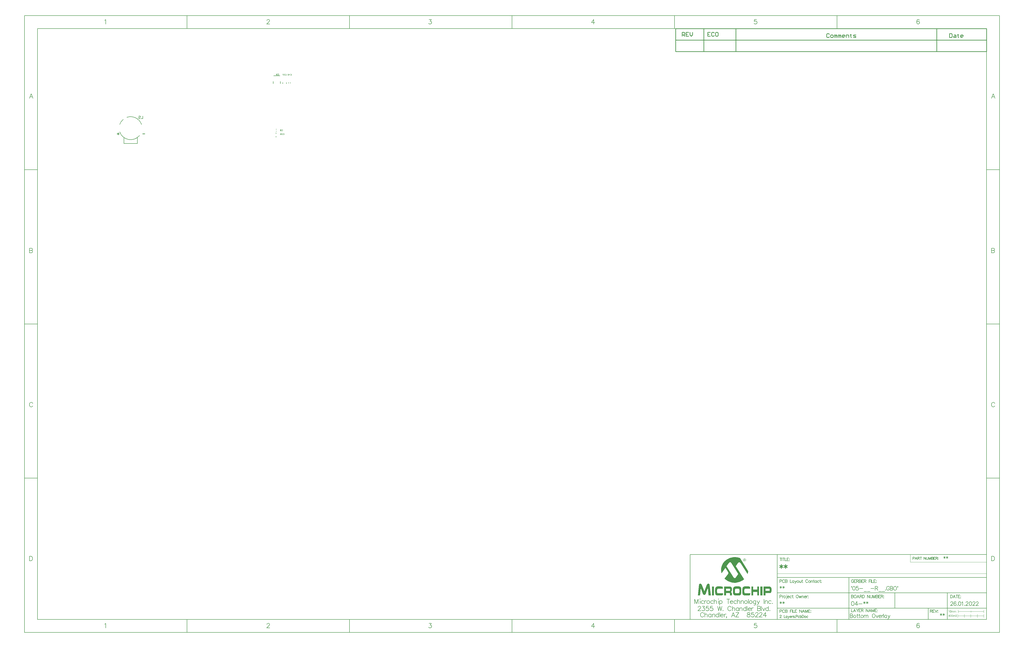
<source format=gbo>
G04*
G04 #@! TF.GenerationSoftware,Altium Limited,Altium Designer,21.0.9 (235)*
G04*
G04 Layer_Color=32896*
%FSLAX44Y44*%
%MOMM*%
G71*
G04*
G04 #@! TF.SameCoordinates,D83CB673-9EFF-4C90-BE85-E941A3A9D43F*
G04*
G04*
G04 #@! TF.FilePolarity,Positive*
G04*
G01*
G75*
%ADD10C,0.2000*%
%ADD11C,0.1270*%
%ADD12C,0.2540*%
%ADD14C,0.1778*%
%ADD15C,0.1500*%
%ADD16C,0.1000*%
%ADD17C,0.1800*%
%ADD18C,0.3500*%
G36*
X794431Y293222D02*
X794579Y293213D01*
X794866Y293167D01*
X795106Y293093D01*
X795217Y293056D01*
X795319Y293009D01*
X795411Y292973D01*
X795485Y292926D01*
X795559Y292889D01*
X795615Y292861D01*
X795661Y292824D01*
X795689Y292806D01*
X795707Y292797D01*
X795716Y292788D01*
X795818Y292695D01*
X795911Y292603D01*
X795994Y292492D01*
X796068Y292372D01*
X796179Y292131D01*
X796271Y291900D01*
X796299Y291780D01*
X796327Y291678D01*
X796355Y291586D01*
X796364Y291502D01*
X796382Y291428D01*
X796382Y291382D01*
X796392Y291345D01*
X796392Y291336D01*
X795171Y291216D01*
X795153Y291401D01*
X795116Y291558D01*
X795079Y291697D01*
X795032Y291798D01*
X794995Y291882D01*
X794958Y291937D01*
X794931Y291974D01*
X794921Y291983D01*
X794829Y292057D01*
X794727Y292113D01*
X794626Y292159D01*
X794524Y292187D01*
X794441Y292205D01*
X794367Y292214D01*
X794302Y292214D01*
X794163Y292205D01*
X794043Y292177D01*
X793941Y292140D01*
X793849Y292103D01*
X793784Y292066D01*
X793729Y292029D01*
X793701Y292002D01*
X793692Y291992D01*
X793618Y291900D01*
X793562Y291798D01*
X793525Y291697D01*
X793498Y291595D01*
X793479Y291502D01*
X793470Y291419D01*
X793470Y291373D01*
X793470Y291364D01*
X793470Y291355D01*
X793479Y291216D01*
X793507Y291086D01*
X793553Y290957D01*
X793599Y290846D01*
X793645Y290744D01*
X793692Y290670D01*
X793719Y290624D01*
X793729Y290606D01*
X793766Y290550D01*
X793821Y290485D01*
X793895Y290402D01*
X793969Y290328D01*
X794136Y290153D01*
X794302Y289977D01*
X794468Y289811D01*
X794542Y289736D01*
X794616Y289681D01*
X794672Y289626D01*
X794709Y289589D01*
X794736Y289561D01*
X794746Y289552D01*
X794931Y289376D01*
X795097Y289209D01*
X795254Y289052D01*
X795393Y288914D01*
X795522Y288775D01*
X795633Y288645D01*
X795735Y288535D01*
X795818Y288424D01*
X795892Y288331D01*
X795957Y288248D01*
X796012Y288183D01*
X796049Y288118D01*
X796086Y288081D01*
X796105Y288045D01*
X796123Y288026D01*
X796123Y288017D01*
X796244Y287804D01*
X796336Y287582D01*
X796410Y287379D01*
X796465Y287194D01*
X796502Y287027D01*
X796512Y286963D01*
X796521Y286907D01*
X796530Y286861D01*
X796539Y286824D01*
X796539Y286806D01*
X796539Y286796D01*
X792240Y286796D01*
X792240Y287934D01*
X794681Y287934D01*
X794607Y288054D01*
X794524Y288155D01*
X794487Y288202D01*
X794459Y288239D01*
X794441Y288257D01*
X794431Y288267D01*
X794394Y288303D01*
X794357Y288350D01*
X794247Y288451D01*
X794126Y288572D01*
X794006Y288692D01*
X793886Y288803D01*
X793784Y288895D01*
X793747Y288932D01*
X793719Y288960D01*
X793701Y288969D01*
X793692Y288978D01*
X793488Y289172D01*
X793322Y289330D01*
X793183Y289478D01*
X793072Y289589D01*
X792989Y289681D01*
X792934Y289746D01*
X792897Y289792D01*
X792887Y289801D01*
X792767Y289958D01*
X792665Y290106D01*
X792582Y290245D01*
X792518Y290365D01*
X792462Y290467D01*
X792425Y290550D01*
X792407Y290596D01*
X792397Y290615D01*
X792342Y290763D01*
X792305Y290911D01*
X792277Y291049D01*
X792259Y291179D01*
X792249Y291280D01*
X792240Y291364D01*
X792240Y291419D01*
X792240Y291438D01*
X792249Y291576D01*
X792268Y291715D01*
X792286Y291845D01*
X792323Y291965D01*
X792416Y292177D01*
X792508Y292362D01*
X792564Y292446D01*
X792610Y292510D01*
X792656Y292575D01*
X792702Y292621D01*
X792739Y292658D01*
X792758Y292695D01*
X792776Y292704D01*
X792786Y292714D01*
X792887Y292806D01*
X793008Y292889D01*
X793119Y292954D01*
X793248Y293009D01*
X793488Y293102D01*
X793729Y293167D01*
X793840Y293185D01*
X793941Y293204D01*
X794034Y293213D01*
X794117Y293222D01*
X794182Y293231D01*
X794274Y293231D01*
X794431Y293222D01*
X794431Y293222D02*
G37*
G36*
X814316Y293023D02*
X814436Y292829D01*
X814566Y292644D01*
X814695Y292496D01*
X814806Y292376D01*
X814908Y292284D01*
X814945Y292247D01*
X814972Y292219D01*
X814991Y292210D01*
X815000Y292201D01*
X815203Y292052D01*
X815398Y291923D01*
X815573Y291821D01*
X815730Y291747D01*
X815860Y291692D01*
X815952Y291646D01*
X815989Y291637D01*
X816017Y291627D01*
X816026Y291618D01*
X816036Y291618D01*
X816036Y290508D01*
X815703Y290638D01*
X815407Y290777D01*
X815268Y290851D01*
X815139Y290934D01*
X815018Y291008D01*
X814908Y291082D01*
X814806Y291156D01*
X814713Y291220D01*
X814639Y291276D01*
X814575Y291331D01*
X814519Y291378D01*
X814482Y291405D01*
X814464Y291424D01*
X814454Y291433D01*
X814454Y286801D01*
X813225Y286801D01*
X813225Y293236D01*
X814223Y293236D01*
X814316Y293023D01*
X814316Y293023D02*
G37*
G36*
X765101Y294227D02*
X765249Y294208D01*
X765397Y294181D01*
X765536Y294144D01*
X765666Y294097D01*
X765786Y294042D01*
X765906Y293996D01*
X765998Y293940D01*
X766091Y293875D01*
X766174Y293829D01*
X766239Y293774D01*
X766303Y293727D01*
X766350Y293690D01*
X766377Y293663D01*
X766396Y293644D01*
X766405Y293635D01*
X766507Y293515D01*
X766590Y293395D01*
X766673Y293265D01*
X766738Y293136D01*
X766793Y293006D01*
X766840Y292868D01*
X766904Y292618D01*
X766932Y292507D01*
X766951Y292396D01*
X766960Y292304D01*
X766969Y292220D01*
X766978Y292146D01*
X766978Y292100D01*
X766978Y292063D01*
X766978Y292054D01*
X766969Y291888D01*
X766951Y291721D01*
X766932Y291564D01*
X766895Y291425D01*
X766849Y291287D01*
X766803Y291166D01*
X766757Y291046D01*
X766701Y290944D01*
X766655Y290852D01*
X766609Y290769D01*
X766562Y290704D01*
X766516Y290639D01*
X766479Y290602D01*
X766461Y290565D01*
X766442Y290547D01*
X766433Y290538D01*
X766331Y290436D01*
X766220Y290344D01*
X766109Y290270D01*
X765998Y290205D01*
X765887Y290149D01*
X765786Y290094D01*
X765582Y290029D01*
X765407Y289983D01*
X765333Y289974D01*
X765268Y289965D01*
X765212Y289955D01*
X765138Y289955D01*
X765009Y289965D01*
X764889Y289983D01*
X764778Y290002D01*
X764667Y290039D01*
X764464Y290122D01*
X764297Y290223D01*
X764168Y290325D01*
X764112Y290371D01*
X764066Y290408D01*
X764029Y290445D01*
X764001Y290473D01*
X763992Y290482D01*
X763983Y290492D01*
X764001Y290297D01*
X764020Y290112D01*
X764038Y289946D01*
X764066Y289798D01*
X764094Y289669D01*
X764121Y289548D01*
X764149Y289447D01*
X764177Y289354D01*
X764214Y289271D01*
X764232Y289206D01*
X764260Y289151D01*
X764279Y289114D01*
X764297Y289077D01*
X764316Y289058D01*
X764325Y289040D01*
X764427Y288929D01*
X764538Y288846D01*
X764639Y288781D01*
X764741Y288744D01*
X764833Y288716D01*
X764898Y288707D01*
X764944Y288698D01*
X764963Y288698D01*
X765064Y288707D01*
X765166Y288726D01*
X765240Y288753D01*
X765314Y288781D01*
X765370Y288809D01*
X765407Y288836D01*
X765434Y288855D01*
X765444Y288864D01*
X765508Y288938D01*
X765555Y289021D01*
X765592Y289114D01*
X765619Y289206D01*
X765647Y289280D01*
X765656Y289345D01*
X765666Y289391D01*
X765666Y289410D01*
X766849Y289271D01*
X766821Y289123D01*
X766784Y288994D01*
X766747Y288864D01*
X766701Y288753D01*
X766655Y288642D01*
X766609Y288541D01*
X766553Y288458D01*
X766507Y288374D01*
X766451Y288309D01*
X766414Y288245D01*
X766368Y288199D01*
X766331Y288152D01*
X766303Y288125D01*
X766276Y288097D01*
X766266Y288088D01*
X766257Y288078D01*
X766165Y288004D01*
X766072Y287949D01*
X765869Y287847D01*
X765675Y287782D01*
X765481Y287727D01*
X765305Y287699D01*
X765231Y287690D01*
X765166Y287690D01*
X765120Y287681D01*
X765046Y287681D01*
X764852Y287690D01*
X764676Y287718D01*
X764510Y287755D01*
X764343Y287801D01*
X764195Y287866D01*
X764057Y287931D01*
X763927Y287995D01*
X763816Y288069D01*
X763715Y288143D01*
X763622Y288208D01*
X763548Y288282D01*
X763484Y288337D01*
X763428Y288384D01*
X763391Y288421D01*
X763373Y288448D01*
X763363Y288458D01*
X763243Y288615D01*
X763151Y288790D01*
X763058Y288985D01*
X762984Y289179D01*
X762919Y289391D01*
X762864Y289604D01*
X762827Y289807D01*
X762790Y290020D01*
X762762Y290214D01*
X762744Y290390D01*
X762725Y290556D01*
X762716Y290704D01*
X762707Y290824D01*
X762707Y290917D01*
X762707Y290944D01*
X762707Y290972D01*
X762707Y290982D01*
X762707Y290991D01*
X762716Y291305D01*
X762735Y291592D01*
X762762Y291860D01*
X762809Y292110D01*
X762855Y292331D01*
X762901Y292535D01*
X762966Y292720D01*
X763021Y292886D01*
X763077Y293025D01*
X763132Y293145D01*
X763188Y293247D01*
X763234Y293330D01*
X763280Y293395D01*
X763308Y293441D01*
X763326Y293469D01*
X763336Y293478D01*
X763456Y293607D01*
X763585Y293727D01*
X763715Y293829D01*
X763844Y293912D01*
X763983Y293986D01*
X764112Y294051D01*
X764242Y294097D01*
X764371Y294144D01*
X764482Y294171D01*
X764593Y294199D01*
X764685Y294217D01*
X764769Y294227D01*
X764843Y294227D01*
X764889Y294236D01*
X764935Y294236D01*
X765101Y294227D01*
X765101Y294227D02*
G37*
G36*
X770547Y294310D02*
X770788Y294282D01*
X771000Y294236D01*
X771213Y294181D01*
X771398Y294116D01*
X771583Y294042D01*
X771740Y293959D01*
X771888Y293875D01*
X772026Y293792D01*
X772137Y293709D01*
X772239Y293635D01*
X772322Y293570D01*
X772387Y293515D01*
X772433Y293469D01*
X772461Y293441D01*
X772470Y293432D01*
X772618Y293256D01*
X772738Y293071D01*
X772849Y292877D01*
X772942Y292673D01*
X773025Y292461D01*
X773090Y292257D01*
X773145Y292054D01*
X773191Y291860D01*
X773228Y291666D01*
X773247Y291499D01*
X773265Y291342D01*
X773284Y291213D01*
X773284Y291102D01*
X773293Y291019D01*
X773293Y290963D01*
X773293Y290954D01*
X773293Y290944D01*
X773284Y290667D01*
X773256Y290408D01*
X773219Y290159D01*
X773164Y289937D01*
X773108Y289724D01*
X773034Y289521D01*
X772960Y289345D01*
X772886Y289188D01*
X772812Y289040D01*
X772738Y288911D01*
X772664Y288809D01*
X772609Y288716D01*
X772553Y288652D01*
X772516Y288596D01*
X772489Y288568D01*
X772479Y288559D01*
X772322Y288402D01*
X772156Y288273D01*
X771980Y288152D01*
X771805Y288060D01*
X771629Y287977D01*
X771453Y287903D01*
X771287Y287847D01*
X771130Y287801D01*
X770972Y287764D01*
X770834Y287736D01*
X770704Y287718D01*
X770603Y287709D01*
X770510Y287699D01*
X770445Y287690D01*
X770390Y287690D01*
X770196Y287699D01*
X770020Y287709D01*
X769845Y287736D01*
X769687Y287773D01*
X769539Y287810D01*
X769401Y287847D01*
X769271Y287894D01*
X769151Y287949D01*
X769049Y287995D01*
X768957Y288041D01*
X768874Y288078D01*
X768809Y288115D01*
X768754Y288152D01*
X768717Y288180D01*
X768698Y288189D01*
X768689Y288199D01*
X768569Y288300D01*
X768458Y288411D01*
X768254Y288661D01*
X768088Y288920D01*
X767958Y289169D01*
X767903Y289290D01*
X767857Y289401D01*
X767820Y289502D01*
X767783Y289585D01*
X767755Y289659D01*
X767737Y289715D01*
X767727Y289752D01*
X767727Y289761D01*
X768985Y290149D01*
X769059Y289900D01*
X769142Y289687D01*
X769225Y289512D01*
X769317Y289363D01*
X769391Y289253D01*
X769456Y289179D01*
X769502Y289132D01*
X769521Y289114D01*
X769669Y289003D01*
X769817Y288929D01*
X769965Y288874D01*
X770094Y288827D01*
X770214Y288809D01*
X770316Y288799D01*
X770353Y288790D01*
X770399Y288790D01*
X770529Y288799D01*
X770649Y288809D01*
X770871Y288874D01*
X771065Y288948D01*
X771222Y289049D01*
X771351Y289142D01*
X771444Y289216D01*
X771481Y289253D01*
X771509Y289280D01*
X771518Y289290D01*
X771527Y289299D01*
X771601Y289401D01*
X771666Y289521D01*
X771731Y289650D01*
X771777Y289789D01*
X771851Y290075D01*
X771906Y290362D01*
X771925Y290501D01*
X771934Y290621D01*
X771953Y290741D01*
X771953Y290843D01*
X771962Y290917D01*
X771962Y290982D01*
X771962Y291028D01*
X771962Y291037D01*
X771953Y291250D01*
X771943Y291444D01*
X771925Y291619D01*
X771897Y291786D01*
X771860Y291934D01*
X771823Y292073D01*
X771786Y292193D01*
X771740Y292304D01*
X771703Y292396D01*
X771666Y292479D01*
X771629Y292544D01*
X771592Y292600D01*
X771564Y292646D01*
X771546Y292673D01*
X771527Y292692D01*
X771527Y292701D01*
X771444Y292794D01*
X771351Y292877D01*
X771259Y292942D01*
X771157Y292997D01*
X770963Y293090D01*
X770778Y293154D01*
X770621Y293191D01*
X770547Y293200D01*
X770492Y293210D01*
X770436Y293219D01*
X770371Y293219D01*
X770187Y293210D01*
X770020Y293173D01*
X769872Y293127D01*
X769743Y293071D01*
X769641Y293015D01*
X769567Y292969D01*
X769521Y292932D01*
X769502Y292923D01*
X769382Y292812D01*
X769271Y292683D01*
X769188Y292553D01*
X769123Y292424D01*
X769077Y292313D01*
X769049Y292230D01*
X769031Y292193D01*
X769031Y292165D01*
X769022Y292156D01*
X769022Y292146D01*
X767746Y292452D01*
X767838Y292720D01*
X767940Y292951D01*
X768051Y293154D01*
X768152Y293321D01*
X768254Y293450D01*
X768291Y293506D01*
X768328Y293552D01*
X768356Y293580D01*
X768384Y293607D01*
X768393Y293626D01*
X768402Y293626D01*
X768541Y293746D01*
X768698Y293857D01*
X768846Y293949D01*
X769003Y294023D01*
X769170Y294097D01*
X769327Y294153D01*
X769484Y294199D01*
X769632Y294236D01*
X769771Y294264D01*
X769900Y294282D01*
X770011Y294301D01*
X770113Y294310D01*
X770196Y294319D01*
X770307Y294319D01*
X770547Y294310D01*
X770547Y294310D02*
G37*
G36*
X820020Y293310D02*
X820261Y293282D01*
X820473Y293236D01*
X820686Y293181D01*
X820871Y293116D01*
X821056Y293042D01*
X821213Y292959D01*
X821361Y292875D01*
X821500Y292792D01*
X821611Y292709D01*
X821712Y292635D01*
X821796Y292570D01*
X821860Y292515D01*
X821907Y292469D01*
X821934Y292441D01*
X821943Y292432D01*
X822091Y292256D01*
X822212Y292071D01*
X822322Y291877D01*
X822415Y291674D01*
X822498Y291461D01*
X822563Y291257D01*
X822618Y291054D01*
X822665Y290860D01*
X822702Y290666D01*
X822720Y290499D01*
X822739Y290342D01*
X822757Y290213D01*
X822757Y290102D01*
X822766Y290019D01*
X822766Y289963D01*
X822766Y289954D01*
X822766Y289944D01*
X822757Y289667D01*
X822729Y289408D01*
X822692Y289159D01*
X822637Y288937D01*
X822581Y288724D01*
X822507Y288521D01*
X822433Y288345D01*
X822359Y288188D01*
X822286Y288040D01*
X822212Y287910D01*
X822138Y287809D01*
X822082Y287716D01*
X822027Y287652D01*
X821990Y287596D01*
X821962Y287568D01*
X821953Y287559D01*
X821796Y287402D01*
X821629Y287273D01*
X821453Y287152D01*
X821278Y287060D01*
X821102Y286977D01*
X820926Y286903D01*
X820760Y286847D01*
X820603Y286801D01*
X820446Y286764D01*
X820307Y286736D01*
X820178Y286718D01*
X820076Y286709D01*
X819983Y286699D01*
X819919Y286690D01*
X819863Y286690D01*
X819669Y286699D01*
X819493Y286709D01*
X819318Y286736D01*
X819161Y286773D01*
X819013Y286810D01*
X818874Y286847D01*
X818745Y286894D01*
X818624Y286949D01*
X818523Y286995D01*
X818430Y287041D01*
X818347Y287078D01*
X818282Y287115D01*
X818227Y287152D01*
X818190Y287180D01*
X818171Y287189D01*
X818162Y287199D01*
X818042Y287300D01*
X817931Y287411D01*
X817727Y287661D01*
X817561Y287920D01*
X817432Y288169D01*
X817376Y288290D01*
X817330Y288400D01*
X817293Y288502D01*
X817256Y288585D01*
X817228Y288659D01*
X817210Y288715D01*
X817200Y288752D01*
X817200Y288761D01*
X818458Y289149D01*
X818532Y288900D01*
X818615Y288687D01*
X818698Y288512D01*
X818791Y288363D01*
X818865Y288253D01*
X818929Y288179D01*
X818976Y288132D01*
X818994Y288114D01*
X819142Y288003D01*
X819290Y287929D01*
X819438Y287873D01*
X819567Y287827D01*
X819688Y287809D01*
X819789Y287800D01*
X819826Y287790D01*
X819872Y287790D01*
X820002Y287800D01*
X820122Y287809D01*
X820344Y287873D01*
X820538Y287948D01*
X820695Y288049D01*
X820825Y288142D01*
X820917Y288216D01*
X820954Y288253D01*
X820982Y288280D01*
X820991Y288290D01*
X821000Y288299D01*
X821074Y288400D01*
X821139Y288521D01*
X821204Y288650D01*
X821250Y288789D01*
X821324Y289075D01*
X821379Y289362D01*
X821398Y289501D01*
X821407Y289621D01*
X821426Y289741D01*
X821426Y289843D01*
X821435Y289917D01*
X821435Y289981D01*
X821435Y290028D01*
X821435Y290037D01*
X821426Y290250D01*
X821416Y290444D01*
X821398Y290620D01*
X821370Y290786D01*
X821333Y290934D01*
X821296Y291073D01*
X821259Y291193D01*
X821213Y291304D01*
X821176Y291396D01*
X821139Y291479D01*
X821102Y291544D01*
X821065Y291600D01*
X821037Y291646D01*
X821019Y291674D01*
X821000Y291692D01*
X821000Y291701D01*
X820917Y291794D01*
X820825Y291877D01*
X820732Y291942D01*
X820631Y291997D01*
X820436Y292090D01*
X820251Y292154D01*
X820094Y292191D01*
X820020Y292201D01*
X819965Y292210D01*
X819909Y292219D01*
X819845Y292219D01*
X819660Y292210D01*
X819493Y292173D01*
X819345Y292127D01*
X819216Y292071D01*
X819114Y292015D01*
X819040Y291969D01*
X818994Y291932D01*
X818976Y291923D01*
X818855Y291812D01*
X818745Y291683D01*
X818661Y291553D01*
X818596Y291424D01*
X818550Y291313D01*
X818523Y291230D01*
X818504Y291193D01*
X818504Y291165D01*
X818495Y291156D01*
X818495Y291147D01*
X817219Y291452D01*
X817311Y291720D01*
X817413Y291951D01*
X817524Y292154D01*
X817626Y292321D01*
X817727Y292450D01*
X817764Y292506D01*
X817801Y292552D01*
X817829Y292579D01*
X817857Y292607D01*
X817866Y292626D01*
X817875Y292626D01*
X818014Y292746D01*
X818171Y292857D01*
X818319Y292949D01*
X818476Y293023D01*
X818643Y293097D01*
X818800Y293153D01*
X818957Y293199D01*
X819105Y293236D01*
X819244Y293264D01*
X819373Y293282D01*
X819484Y293301D01*
X819586Y293310D01*
X819669Y293319D01*
X819780Y293319D01*
X820020Y293310D01*
X820020Y293310D02*
G37*
G36*
X800043Y293305D02*
X800284Y293278D01*
X800497Y293231D01*
X800709Y293176D01*
X800894Y293111D01*
X801079Y293037D01*
X801236Y292954D01*
X801384Y292871D01*
X801523Y292788D01*
X801634Y292704D01*
X801735Y292630D01*
X801819Y292566D01*
X801883Y292510D01*
X801930Y292464D01*
X801957Y292436D01*
X801967Y292427D01*
X802114Y292251D01*
X802235Y292066D01*
X802346Y291872D01*
X802438Y291669D01*
X802521Y291456D01*
X802586Y291253D01*
X802642Y291049D01*
X802688Y290855D01*
X802725Y290661D01*
X802743Y290495D01*
X802762Y290338D01*
X802780Y290208D01*
X802780Y290097D01*
X802789Y290014D01*
X802789Y289958D01*
X802789Y289949D01*
X802789Y289940D01*
X802780Y289662D01*
X802752Y289404D01*
X802716Y289154D01*
X802660Y288932D01*
X802605Y288720D01*
X802531Y288516D01*
X802457Y288340D01*
X802383Y288183D01*
X802309Y288035D01*
X802235Y287906D01*
X802161Y287804D01*
X802105Y287712D01*
X802050Y287647D01*
X802013Y287591D01*
X801985Y287564D01*
X801976Y287554D01*
X801819Y287397D01*
X801652Y287268D01*
X801477Y287148D01*
X801301Y287055D01*
X801125Y286972D01*
X800950Y286898D01*
X800783Y286843D01*
X800626Y286796D01*
X800469Y286759D01*
X800330Y286732D01*
X800201Y286713D01*
X800099Y286704D01*
X800006Y286695D01*
X799942Y286686D01*
X799886Y286686D01*
X799692Y286695D01*
X799517Y286704D01*
X799341Y286732D01*
X799184Y286769D01*
X799036Y286806D01*
X798897Y286843D01*
X798768Y286889D01*
X798647Y286944D01*
X798546Y286991D01*
X798453Y287037D01*
X798370Y287074D01*
X798305Y287111D01*
X798250Y287148D01*
X798213Y287176D01*
X798194Y287185D01*
X798185Y287194D01*
X798065Y287296D01*
X797954Y287407D01*
X797751Y287656D01*
X797584Y287915D01*
X797455Y288165D01*
X797399Y288285D01*
X797353Y288396D01*
X797316Y288498D01*
X797279Y288581D01*
X797251Y288655D01*
X797233Y288710D01*
X797224Y288747D01*
X797224Y288757D01*
X798481Y289145D01*
X798555Y288895D01*
X798638Y288682D01*
X798721Y288507D01*
X798814Y288359D01*
X798888Y288248D01*
X798952Y288174D01*
X798999Y288128D01*
X799017Y288109D01*
X799165Y287998D01*
X799313Y287924D01*
X799461Y287869D01*
X799591Y287823D01*
X799711Y287804D01*
X799812Y287795D01*
X799849Y287786D01*
X799896Y287786D01*
X800025Y287795D01*
X800145Y287804D01*
X800367Y287869D01*
X800561Y287943D01*
X800718Y288045D01*
X800848Y288137D01*
X800940Y288211D01*
X800977Y288248D01*
X801005Y288276D01*
X801014Y288285D01*
X801023Y288294D01*
X801097Y288396D01*
X801162Y288516D01*
X801227Y288645D01*
X801273Y288784D01*
X801347Y289071D01*
X801403Y289357D01*
X801421Y289496D01*
X801430Y289616D01*
X801449Y289736D01*
X801449Y289838D01*
X801458Y289912D01*
X801458Y289977D01*
X801458Y290023D01*
X801458Y290032D01*
X801449Y290245D01*
X801440Y290439D01*
X801421Y290615D01*
X801393Y290781D01*
X801356Y290929D01*
X801319Y291068D01*
X801282Y291188D01*
X801236Y291299D01*
X801199Y291392D01*
X801162Y291475D01*
X801125Y291539D01*
X801088Y291595D01*
X801060Y291641D01*
X801042Y291669D01*
X801023Y291687D01*
X801023Y291697D01*
X800940Y291789D01*
X800848Y291872D01*
X800755Y291937D01*
X800654Y291992D01*
X800460Y292085D01*
X800275Y292150D01*
X800117Y292187D01*
X800043Y292196D01*
X799988Y292205D01*
X799932Y292214D01*
X799868Y292214D01*
X799683Y292205D01*
X799517Y292168D01*
X799369Y292122D01*
X799239Y292066D01*
X799137Y292011D01*
X799063Y291965D01*
X799017Y291928D01*
X798999Y291919D01*
X798878Y291807D01*
X798768Y291678D01*
X798684Y291549D01*
X798620Y291419D01*
X798573Y291308D01*
X798546Y291225D01*
X798527Y291188D01*
X798527Y291160D01*
X798518Y291151D01*
X798518Y291142D01*
X797242Y291447D01*
X797335Y291715D01*
X797436Y291946D01*
X797547Y292150D01*
X797649Y292316D01*
X797751Y292446D01*
X797788Y292501D01*
X797824Y292547D01*
X797852Y292575D01*
X797880Y292603D01*
X797889Y292621D01*
X797898Y292621D01*
X798037Y292741D01*
X798194Y292852D01*
X798342Y292945D01*
X798500Y293019D01*
X798666Y293093D01*
X798823Y293148D01*
X798980Y293194D01*
X799128Y293231D01*
X799267Y293259D01*
X799396Y293278D01*
X799507Y293296D01*
X799609Y293305D01*
X799692Y293315D01*
X799803Y293315D01*
X800043Y293305D01*
X800043Y293305D02*
G37*
G36*
X791408Y291974D02*
X788625Y291974D01*
X788930Y291558D01*
X789198Y291123D01*
X789328Y290920D01*
X789439Y290707D01*
X789540Y290513D01*
X789633Y290328D01*
X789716Y290153D01*
X789790Y289995D01*
X789855Y289848D01*
X789910Y289727D01*
X789947Y289635D01*
X789975Y289561D01*
X789994Y289515D01*
X790003Y289496D01*
X790095Y289237D01*
X790178Y288988D01*
X790243Y288738D01*
X790308Y288498D01*
X790354Y288257D01*
X790400Y288035D01*
X790437Y287823D01*
X790465Y287628D01*
X790493Y287453D01*
X790511Y287286D01*
X790530Y287148D01*
X790539Y287027D01*
X790539Y286926D01*
X790548Y286852D01*
X790548Y286815D01*
X790548Y286796D01*
X789365Y286796D01*
X789356Y287120D01*
X789328Y287453D01*
X789282Y287776D01*
X789263Y287924D01*
X789235Y288072D01*
X789208Y288202D01*
X789180Y288331D01*
X789161Y288433D01*
X789143Y288525D01*
X789124Y288608D01*
X789106Y288664D01*
X789097Y288701D01*
X789097Y288710D01*
X788977Y289108D01*
X788847Y289487D01*
X788782Y289662D01*
X788708Y289829D01*
X788644Y289986D01*
X788579Y290134D01*
X788514Y290264D01*
X788459Y290384D01*
X788403Y290495D01*
X788366Y290578D01*
X788329Y290652D01*
X788302Y290698D01*
X788283Y290735D01*
X788274Y290744D01*
X788172Y290920D01*
X788070Y291086D01*
X787978Y291234D01*
X787886Y291382D01*
X787793Y291512D01*
X787701Y291632D01*
X787617Y291743D01*
X787543Y291845D01*
X787469Y291937D01*
X787405Y292011D01*
X787349Y292076D01*
X787303Y292131D01*
X787266Y292168D01*
X787238Y292196D01*
X787220Y292214D01*
X787211Y292224D01*
X787211Y293111D01*
X791408Y293111D01*
X791408Y291974D01*
X791408Y291974D02*
G37*
G36*
X809480Y293227D02*
X809638Y293208D01*
X809795Y293171D01*
X809933Y293134D01*
X810063Y293079D01*
X810183Y293023D01*
X810285Y292968D01*
X810386Y292903D01*
X810470Y292838D01*
X810553Y292783D01*
X810618Y292728D01*
X810664Y292672D01*
X810710Y292635D01*
X810738Y292598D01*
X810756Y292579D01*
X810766Y292570D01*
X810876Y292413D01*
X810969Y292228D01*
X811052Y292034D01*
X811126Y291831D01*
X811182Y291618D01*
X811237Y291396D01*
X811274Y291183D01*
X811311Y290971D01*
X811329Y290767D01*
X811348Y290583D01*
X811367Y290407D01*
X811376Y290259D01*
X811385Y290139D01*
X811385Y290046D01*
X811385Y290009D01*
X811385Y289981D01*
X811385Y289972D01*
X811385Y289963D01*
X811376Y289630D01*
X811357Y289325D01*
X811329Y289039D01*
X811292Y288780D01*
X811255Y288548D01*
X811209Y288336D01*
X811154Y288151D01*
X811098Y287985D01*
X811052Y287846D01*
X810997Y287716D01*
X810950Y287615D01*
X810904Y287531D01*
X810876Y287476D01*
X810849Y287430D01*
X810830Y287402D01*
X810821Y287393D01*
X810710Y287263D01*
X810590Y287162D01*
X810470Y287060D01*
X810340Y286986D01*
X810220Y286912D01*
X810091Y286856D01*
X809970Y286810D01*
X809850Y286773D01*
X809739Y286736D01*
X809638Y286718D01*
X809545Y286699D01*
X809471Y286690D01*
X809406Y286690D01*
X809351Y286681D01*
X809314Y286681D01*
X809147Y286690D01*
X808990Y286709D01*
X808833Y286746D01*
X808695Y286782D01*
X808565Y286829D01*
X808445Y286884D01*
X808343Y286949D01*
X808242Y287014D01*
X808158Y287069D01*
X808075Y287134D01*
X808010Y287189D01*
X807955Y287236D01*
X807918Y287273D01*
X807890Y287309D01*
X807872Y287328D01*
X807862Y287337D01*
X807751Y287494D01*
X807659Y287679D01*
X807567Y287873D01*
X807502Y288086D01*
X807437Y288299D01*
X807391Y288512D01*
X807345Y288733D01*
X807308Y288946D01*
X807289Y289149D01*
X807271Y289334D01*
X807252Y289510D01*
X807243Y289658D01*
X807234Y289778D01*
X807234Y289871D01*
X807234Y289907D01*
X807234Y289935D01*
X807234Y289944D01*
X807234Y289954D01*
X807243Y290287D01*
X807261Y290592D01*
X807289Y290869D01*
X807335Y291128D01*
X807382Y291368D01*
X807428Y291581D01*
X807493Y291775D01*
X807548Y291942D01*
X807604Y292099D01*
X807659Y292219D01*
X807714Y292330D01*
X807761Y292422D01*
X807807Y292487D01*
X807835Y292533D01*
X807853Y292561D01*
X807862Y292570D01*
X807964Y292691D01*
X808075Y292792D01*
X808195Y292875D01*
X808315Y292959D01*
X808436Y293023D01*
X808556Y293069D01*
X808667Y293116D01*
X808787Y293153D01*
X808898Y293181D01*
X808990Y293199D01*
X809083Y293218D01*
X809157Y293227D01*
X809221Y293236D01*
X809314Y293236D01*
X809480Y293227D01*
X809480Y293227D02*
G37*
G36*
X785556Y76310D02*
X785797Y76282D01*
X786010Y76236D01*
X786222Y76181D01*
X786407Y76116D01*
X786592Y76042D01*
X786749Y75959D01*
X786897Y75875D01*
X787036Y75792D01*
X787147Y75709D01*
X787248Y75635D01*
X787332Y75570D01*
X787396Y75515D01*
X787442Y75469D01*
X787470Y75441D01*
X787479Y75432D01*
X787627Y75256D01*
X787748Y75071D01*
X787859Y74877D01*
X787951Y74674D01*
X788034Y74461D01*
X788099Y74257D01*
X788154Y74054D01*
X788201Y73860D01*
X788238Y73666D01*
X788256Y73499D01*
X788275Y73342D01*
X788293Y73213D01*
X788293Y73102D01*
X788302Y73018D01*
X788302Y72963D01*
X788302Y72954D01*
X788302Y72944D01*
X788293Y72667D01*
X788265Y72408D01*
X788228Y72159D01*
X788173Y71937D01*
X788117Y71724D01*
X788044Y71521D01*
X787970Y71345D01*
X787896Y71188D01*
X787822Y71040D01*
X787748Y70911D01*
X787674Y70809D01*
X787618Y70716D01*
X787563Y70652D01*
X787526Y70596D01*
X787498Y70568D01*
X787489Y70559D01*
X787332Y70402D01*
X787165Y70273D01*
X786990Y70152D01*
X786814Y70060D01*
X786638Y69977D01*
X786462Y69903D01*
X786296Y69847D01*
X786139Y69801D01*
X785982Y69764D01*
X785843Y69736D01*
X785714Y69718D01*
X785612Y69709D01*
X785519Y69699D01*
X785455Y69690D01*
X785399Y69690D01*
X785205Y69699D01*
X785029Y69709D01*
X784854Y69736D01*
X784697Y69773D01*
X784549Y69810D01*
X784410Y69847D01*
X784280Y69893D01*
X784160Y69949D01*
X784059Y69995D01*
X783966Y70041D01*
X783883Y70078D01*
X783818Y70115D01*
X783763Y70152D01*
X783726Y70180D01*
X783707Y70189D01*
X783698Y70199D01*
X783578Y70300D01*
X783467Y70411D01*
X783263Y70661D01*
X783097Y70920D01*
X782968Y71169D01*
X782912Y71290D01*
X782866Y71400D01*
X782829Y71502D01*
X782792Y71585D01*
X782764Y71659D01*
X782746Y71715D01*
X782737Y71752D01*
X782737Y71761D01*
X783994Y72149D01*
X784068Y71900D01*
X784151Y71687D01*
X784234Y71512D01*
X784327Y71364D01*
X784401Y71253D01*
X784465Y71179D01*
X784512Y71132D01*
X784530Y71114D01*
X784678Y71003D01*
X784826Y70929D01*
X784974Y70873D01*
X785103Y70827D01*
X785224Y70809D01*
X785325Y70800D01*
X785362Y70790D01*
X785408Y70790D01*
X785538Y70800D01*
X785658Y70809D01*
X785880Y70873D01*
X786074Y70947D01*
X786231Y71049D01*
X786361Y71142D01*
X786453Y71216D01*
X786490Y71253D01*
X786518Y71280D01*
X786527Y71290D01*
X786536Y71299D01*
X786610Y71400D01*
X786675Y71521D01*
X786740Y71650D01*
X786786Y71789D01*
X786860Y72075D01*
X786916Y72362D01*
X786934Y72501D01*
X786943Y72621D01*
X786962Y72741D01*
X786962Y72843D01*
X786971Y72917D01*
X786971Y72982D01*
X786971Y73028D01*
X786971Y73037D01*
X786962Y73250D01*
X786953Y73444D01*
X786934Y73619D01*
X786906Y73786D01*
X786869Y73934D01*
X786832Y74072D01*
X786795Y74193D01*
X786749Y74304D01*
X786712Y74396D01*
X786675Y74479D01*
X786638Y74544D01*
X786601Y74599D01*
X786573Y74646D01*
X786555Y74674D01*
X786536Y74692D01*
X786536Y74701D01*
X786453Y74794D01*
X786361Y74877D01*
X786268Y74942D01*
X786167Y74997D01*
X785973Y75090D01*
X785788Y75154D01*
X785630Y75191D01*
X785556Y75201D01*
X785501Y75210D01*
X785445Y75219D01*
X785381Y75219D01*
X785196Y75210D01*
X785029Y75173D01*
X784882Y75127D01*
X784752Y75071D01*
X784650Y75016D01*
X784576Y74969D01*
X784530Y74932D01*
X784512Y74923D01*
X784391Y74812D01*
X784280Y74683D01*
X784197Y74553D01*
X784133Y74424D01*
X784086Y74313D01*
X784059Y74230D01*
X784040Y74193D01*
X784040Y74165D01*
X784031Y74156D01*
X784031Y74146D01*
X782755Y74452D01*
X782848Y74720D01*
X782949Y74951D01*
X783060Y75154D01*
X783162Y75321D01*
X783263Y75450D01*
X783300Y75506D01*
X783337Y75552D01*
X783365Y75580D01*
X783393Y75607D01*
X783402Y75626D01*
X783411Y75626D01*
X783550Y75746D01*
X783707Y75857D01*
X783855Y75949D01*
X784012Y76023D01*
X784179Y76097D01*
X784336Y76153D01*
X784493Y76199D01*
X784641Y76236D01*
X784780Y76264D01*
X784909Y76282D01*
X785020Y76301D01*
X785122Y76310D01*
X785205Y76319D01*
X785316Y76319D01*
X785556Y76310D01*
X785556Y76310D02*
G37*
G36*
X780000Y76227D02*
X780157Y76217D01*
X780305Y76190D01*
X780444Y76162D01*
X780573Y76125D01*
X780693Y76088D01*
X780795Y76042D01*
X780887Y76005D01*
X780980Y75959D01*
X781054Y75912D01*
X781109Y75875D01*
X781165Y75838D01*
X781202Y75811D01*
X781229Y75783D01*
X781248Y75774D01*
X781257Y75764D01*
X781340Y75672D01*
X781424Y75580D01*
X781488Y75478D01*
X781544Y75385D01*
X781636Y75182D01*
X781692Y74997D01*
X781729Y74831D01*
X781738Y74757D01*
X781747Y74701D01*
X781757Y74646D01*
X781757Y74609D01*
X781757Y74590D01*
X781757Y74581D01*
X781747Y74424D01*
X781720Y74285D01*
X781692Y74146D01*
X781646Y74036D01*
X781609Y73934D01*
X781581Y73869D01*
X781553Y73823D01*
X781544Y73804D01*
X781451Y73684D01*
X781340Y73573D01*
X781229Y73481D01*
X781109Y73398D01*
X781008Y73342D01*
X780924Y73296D01*
X780869Y73268D01*
X780860Y73259D01*
X780850Y73259D01*
X781045Y73157D01*
X781211Y73056D01*
X781350Y72944D01*
X781461Y72834D01*
X781553Y72732D01*
X781618Y72658D01*
X781655Y72602D01*
X781664Y72593D01*
X781664Y72584D01*
X781747Y72417D01*
X781812Y72251D01*
X781849Y72085D01*
X781886Y71937D01*
X781904Y71817D01*
X781914Y71715D01*
X781914Y71678D01*
X781914Y71650D01*
X781914Y71632D01*
X781914Y71622D01*
X781904Y71447D01*
X781886Y71290D01*
X781849Y71132D01*
X781803Y70994D01*
X781757Y70855D01*
X781701Y70735D01*
X781636Y70624D01*
X781572Y70522D01*
X781507Y70439D01*
X781442Y70356D01*
X781387Y70291D01*
X781340Y70236D01*
X781294Y70189D01*
X781257Y70162D01*
X781239Y70143D01*
X781229Y70134D01*
X781118Y70051D01*
X780998Y69986D01*
X780878Y69921D01*
X780758Y69875D01*
X780518Y69792D01*
X780286Y69736D01*
X780175Y69718D01*
X780083Y69709D01*
X780000Y69699D01*
X779926Y69690D01*
X779861Y69681D01*
X779778Y69681D01*
X779602Y69690D01*
X779445Y69709D01*
X779288Y69736D01*
X779140Y69764D01*
X779010Y69810D01*
X778890Y69857D01*
X778770Y69903D01*
X778668Y69958D01*
X778576Y70014D01*
X778502Y70060D01*
X778428Y70106D01*
X778373Y70152D01*
X778326Y70180D01*
X778299Y70208D01*
X778280Y70226D01*
X778271Y70236D01*
X778169Y70346D01*
X778086Y70458D01*
X778003Y70578D01*
X777938Y70698D01*
X777883Y70818D01*
X777836Y70938D01*
X777772Y71169D01*
X777744Y71271D01*
X777725Y71364D01*
X777716Y71456D01*
X777707Y71530D01*
X777698Y71595D01*
X777698Y71641D01*
X777698Y71669D01*
X777698Y71678D01*
X777707Y71872D01*
X777744Y72048D01*
X777781Y72214D01*
X777836Y72353D01*
X777883Y72464D01*
X777929Y72547D01*
X777966Y72602D01*
X777975Y72621D01*
X778086Y72769D01*
X778215Y72898D01*
X778354Y73009D01*
X778484Y73092D01*
X778604Y73166D01*
X778696Y73222D01*
X778733Y73240D01*
X778761Y73250D01*
X778779Y73259D01*
X778789Y73259D01*
X778641Y73333D01*
X778511Y73416D01*
X778400Y73499D01*
X778308Y73592D01*
X778234Y73666D01*
X778188Y73730D01*
X778151Y73767D01*
X778141Y73786D01*
X778058Y73925D01*
X778003Y74063D01*
X777956Y74193D01*
X777929Y74313D01*
X777910Y74424D01*
X777901Y74507D01*
X777901Y74563D01*
X777901Y74572D01*
X777901Y74581D01*
X777910Y74710D01*
X777920Y74840D01*
X777984Y75071D01*
X778058Y75265D01*
X778151Y75441D01*
X778252Y75580D01*
X778289Y75635D01*
X778326Y75681D01*
X778363Y75718D01*
X778391Y75746D01*
X778400Y75755D01*
X778410Y75764D01*
X778511Y75848D01*
X778613Y75922D01*
X778733Y75986D01*
X778844Y76042D01*
X779084Y76125D01*
X779316Y76181D01*
X779417Y76199D01*
X779519Y76208D01*
X779602Y76217D01*
X779686Y76227D01*
X779741Y76236D01*
X779833Y76236D01*
X780000Y76227D01*
X780000Y76227D02*
G37*
G36*
X785473Y61227D02*
X785621Y61217D01*
X785908Y61171D01*
X786148Y61097D01*
X786259Y61060D01*
X786361Y61014D01*
X786453Y60977D01*
X786527Y60931D01*
X786601Y60894D01*
X786656Y60866D01*
X786703Y60829D01*
X786730Y60811D01*
X786749Y60801D01*
X786758Y60792D01*
X786860Y60700D01*
X786952Y60607D01*
X787036Y60496D01*
X787110Y60376D01*
X787220Y60136D01*
X787313Y59905D01*
X787341Y59784D01*
X787368Y59683D01*
X787396Y59590D01*
X787405Y59507D01*
X787424Y59433D01*
X787424Y59387D01*
X787433Y59350D01*
X787433Y59341D01*
X786213Y59220D01*
X786194Y59405D01*
X786157Y59563D01*
X786120Y59701D01*
X786074Y59803D01*
X786037Y59886D01*
X786000Y59942D01*
X785972Y59979D01*
X785963Y59988D01*
X785871Y60062D01*
X785769Y60117D01*
X785667Y60163D01*
X785565Y60191D01*
X785482Y60210D01*
X785408Y60219D01*
X785344Y60219D01*
X785205Y60210D01*
X785085Y60182D01*
X784983Y60145D01*
X784891Y60108D01*
X784826Y60071D01*
X784770Y60034D01*
X784743Y60006D01*
X784733Y59997D01*
X784659Y59905D01*
X784604Y59803D01*
X784567Y59701D01*
X784539Y59599D01*
X784521Y59507D01*
X784511Y59424D01*
X784511Y59378D01*
X784511Y59368D01*
X784511Y59359D01*
X784521Y59220D01*
X784548Y59091D01*
X784595Y58962D01*
X784641Y58851D01*
X784687Y58749D01*
X784733Y58675D01*
X784761Y58629D01*
X784770Y58610D01*
X784807Y58555D01*
X784863Y58490D01*
X784937Y58407D01*
X785011Y58333D01*
X785177Y58157D01*
X785344Y57982D01*
X785510Y57815D01*
X785584Y57741D01*
X785658Y57686D01*
X785713Y57630D01*
X785750Y57593D01*
X785778Y57565D01*
X785787Y57556D01*
X785972Y57381D01*
X786139Y57214D01*
X786296Y57057D01*
X786434Y56918D01*
X786564Y56780D01*
X786675Y56650D01*
X786777Y56539D01*
X786860Y56428D01*
X786934Y56336D01*
X786999Y56253D01*
X787054Y56188D01*
X787091Y56123D01*
X787128Y56086D01*
X787147Y56049D01*
X787165Y56031D01*
X787165Y56021D01*
X787285Y55809D01*
X787378Y55587D01*
X787452Y55384D01*
X787507Y55199D01*
X787544Y55032D01*
X787553Y54967D01*
X787562Y54912D01*
X787572Y54866D01*
X787581Y54829D01*
X787581Y54810D01*
X787581Y54801D01*
X783282Y54801D01*
X783282Y55938D01*
X785723Y55938D01*
X785649Y56058D01*
X785565Y56160D01*
X785528Y56206D01*
X785501Y56243D01*
X785482Y56262D01*
X785473Y56271D01*
X785436Y56308D01*
X785399Y56354D01*
X785288Y56456D01*
X785168Y56576D01*
X785048Y56696D01*
X784928Y56807D01*
X784826Y56900D01*
X784789Y56937D01*
X784761Y56965D01*
X784743Y56974D01*
X784733Y56983D01*
X784530Y57177D01*
X784363Y57334D01*
X784225Y57482D01*
X784114Y57593D01*
X784031Y57686D01*
X783975Y57750D01*
X783938Y57797D01*
X783929Y57806D01*
X783809Y57963D01*
X783707Y58111D01*
X783624Y58250D01*
X783559Y58370D01*
X783504Y58471D01*
X783467Y58555D01*
X783448Y58601D01*
X783439Y58619D01*
X783383Y58767D01*
X783346Y58915D01*
X783319Y59054D01*
X783300Y59183D01*
X783291Y59285D01*
X783282Y59368D01*
X783282Y59424D01*
X783282Y59442D01*
X783291Y59581D01*
X783309Y59720D01*
X783328Y59849D01*
X783365Y59969D01*
X783457Y60182D01*
X783550Y60367D01*
X783605Y60450D01*
X783652Y60515D01*
X783698Y60580D01*
X783744Y60626D01*
X783781Y60663D01*
X783800Y60700D01*
X783818Y60709D01*
X783827Y60718D01*
X783929Y60811D01*
X784049Y60894D01*
X784160Y60959D01*
X784290Y61014D01*
X784530Y61107D01*
X784770Y61171D01*
X784881Y61190D01*
X784983Y61208D01*
X785075Y61217D01*
X785159Y61227D01*
X785223Y61236D01*
X785316Y61236D01*
X785473Y61227D01*
X785473Y61227D02*
G37*
G36*
X780305Y61227D02*
X780480Y61199D01*
X780656Y61162D01*
X780813Y61116D01*
X780961Y61051D01*
X781109Y60986D01*
X781229Y60912D01*
X781349Y60848D01*
X781451Y60774D01*
X781544Y60700D01*
X781618Y60635D01*
X781682Y60570D01*
X781738Y60524D01*
X781775Y60487D01*
X781793Y60459D01*
X781803Y60450D01*
X781913Y60293D01*
X782015Y60117D01*
X782098Y59923D01*
X782172Y59729D01*
X782237Y59516D01*
X782292Y59304D01*
X782339Y59091D01*
X782366Y58888D01*
X782394Y58693D01*
X782413Y58509D01*
X782431Y58342D01*
X782440Y58194D01*
X782450Y58074D01*
X782450Y57982D01*
X782450Y57954D01*
X782450Y57926D01*
X782450Y57917D01*
X782450Y57908D01*
X782440Y57593D01*
X782422Y57307D01*
X782394Y57038D01*
X782348Y56798D01*
X782302Y56567D01*
X782255Y56364D01*
X782200Y56188D01*
X782135Y56021D01*
X782080Y55883D01*
X782024Y55763D01*
X781978Y55661D01*
X781923Y55578D01*
X781886Y55513D01*
X781858Y55467D01*
X781840Y55439D01*
X781830Y55430D01*
X781710Y55300D01*
X781581Y55180D01*
X781451Y55078D01*
X781312Y54995D01*
X781183Y54921D01*
X781044Y54866D01*
X780915Y54810D01*
X780795Y54773D01*
X780675Y54746D01*
X780573Y54718D01*
X780471Y54709D01*
X780388Y54690D01*
X780323Y54690D01*
X780277Y54681D01*
X780231Y54681D01*
X780064Y54690D01*
X779907Y54709D01*
X779759Y54736D01*
X779621Y54773D01*
X779482Y54819D01*
X779362Y54866D01*
X779251Y54921D01*
X779149Y54977D01*
X779057Y55032D01*
X778983Y55088D01*
X778909Y55134D01*
X778853Y55180D01*
X778807Y55217D01*
X778779Y55245D01*
X778761Y55263D01*
X778752Y55273D01*
X778650Y55384D01*
X778557Y55513D01*
X778483Y55642D01*
X778419Y55772D01*
X778354Y55901D01*
X778308Y56031D01*
X778243Y56290D01*
X778215Y56400D01*
X778197Y56512D01*
X778187Y56604D01*
X778178Y56687D01*
X778169Y56761D01*
X778169Y56807D01*
X778169Y56844D01*
X778169Y56854D01*
X778178Y57029D01*
X778197Y57186D01*
X778224Y57344D01*
X778252Y57482D01*
X778298Y57621D01*
X778345Y57741D01*
X778391Y57861D01*
X778446Y57963D01*
X778502Y58056D01*
X778548Y58139D01*
X778594Y58203D01*
X778641Y58268D01*
X778668Y58314D01*
X778696Y58342D01*
X778715Y58361D01*
X778724Y58370D01*
X778825Y58471D01*
X778936Y58564D01*
X779047Y58647D01*
X779158Y58712D01*
X779269Y58767D01*
X779380Y58814D01*
X779584Y58888D01*
X779676Y58915D01*
X779769Y58934D01*
X779842Y58943D01*
X779907Y58952D01*
X779963Y58962D01*
X780037Y58962D01*
X780166Y58952D01*
X780286Y58934D01*
X780397Y58915D01*
X780508Y58878D01*
X780702Y58786D01*
X780869Y58693D01*
X780998Y58592D01*
X781054Y58545D01*
X781100Y58499D01*
X781137Y58462D01*
X781165Y58444D01*
X781174Y58425D01*
X781183Y58416D01*
X781165Y58610D01*
X781146Y58795D01*
X781128Y58962D01*
X781100Y59110D01*
X781072Y59239D01*
X781044Y59359D01*
X781017Y59461D01*
X780980Y59553D01*
X780952Y59637D01*
X780933Y59701D01*
X780906Y59757D01*
X780887Y59794D01*
X780869Y59831D01*
X780850Y59849D01*
X780841Y59868D01*
X780739Y59988D01*
X780628Y60071D01*
X780517Y60136D01*
X780416Y60173D01*
X780323Y60201D01*
X780249Y60210D01*
X780203Y60219D01*
X780184Y60219D01*
X780083Y60210D01*
X779981Y60191D01*
X779898Y60163D01*
X779833Y60136D01*
X779778Y60099D01*
X779741Y60071D01*
X779713Y60052D01*
X779704Y60043D01*
X779639Y59969D01*
X779593Y59886D01*
X779547Y59794D01*
X779519Y59710D01*
X779500Y59627D01*
X779482Y59563D01*
X779473Y59525D01*
X779473Y59507D01*
X778289Y59637D01*
X778354Y59914D01*
X778446Y60145D01*
X778548Y60348D01*
X778650Y60524D01*
X778752Y60654D01*
X778788Y60700D01*
X778835Y60746D01*
X778862Y60774D01*
X778890Y60801D01*
X778899Y60820D01*
X778909Y60820D01*
X779001Y60894D01*
X779093Y60959D01*
X779297Y61060D01*
X779500Y61134D01*
X779685Y61181D01*
X779852Y61217D01*
X779926Y61227D01*
X779990Y61227D01*
X780037Y61236D01*
X780111Y61236D01*
X780305Y61227D01*
X780305Y61227D02*
G37*
G36*
X791085Y61310D02*
X791326Y61282D01*
X791538Y61236D01*
X791751Y61181D01*
X791936Y61116D01*
X792121Y61042D01*
X792278Y60959D01*
X792426Y60875D01*
X792564Y60792D01*
X792675Y60709D01*
X792777Y60635D01*
X792860Y60570D01*
X792925Y60515D01*
X792971Y60469D01*
X792999Y60441D01*
X793008Y60432D01*
X793156Y60256D01*
X793276Y60071D01*
X793387Y59877D01*
X793480Y59674D01*
X793563Y59461D01*
X793628Y59257D01*
X793683Y59054D01*
X793729Y58860D01*
X793766Y58666D01*
X793785Y58499D01*
X793803Y58342D01*
X793822Y58213D01*
X793822Y58102D01*
X793831Y58018D01*
X793831Y57963D01*
X793831Y57954D01*
X793831Y57944D01*
X793822Y57667D01*
X793794Y57408D01*
X793757Y57159D01*
X793702Y56937D01*
X793646Y56724D01*
X793572Y56521D01*
X793498Y56345D01*
X793424Y56188D01*
X793350Y56040D01*
X793276Y55911D01*
X793202Y55809D01*
X793147Y55716D01*
X793091Y55652D01*
X793054Y55596D01*
X793027Y55568D01*
X793017Y55559D01*
X792860Y55402D01*
X792694Y55273D01*
X792518Y55152D01*
X792343Y55060D01*
X792167Y54977D01*
X791991Y54903D01*
X791825Y54847D01*
X791668Y54801D01*
X791510Y54764D01*
X791372Y54736D01*
X791242Y54718D01*
X791141Y54709D01*
X791048Y54699D01*
X790983Y54690D01*
X790928Y54690D01*
X790734Y54699D01*
X790558Y54709D01*
X790382Y54736D01*
X790225Y54773D01*
X790077Y54810D01*
X789939Y54847D01*
X789809Y54893D01*
X789689Y54949D01*
X789587Y54995D01*
X789495Y55041D01*
X789412Y55078D01*
X789347Y55115D01*
X789291Y55152D01*
X789255Y55180D01*
X789236Y55189D01*
X789227Y55199D01*
X789107Y55300D01*
X788996Y55411D01*
X788792Y55661D01*
X788626Y55920D01*
X788496Y56169D01*
X788441Y56290D01*
X788395Y56400D01*
X788358Y56502D01*
X788321Y56585D01*
X788293Y56659D01*
X788274Y56715D01*
X788265Y56752D01*
X788265Y56761D01*
X789523Y57149D01*
X789596Y56900D01*
X789680Y56687D01*
X789763Y56512D01*
X789855Y56364D01*
X789929Y56253D01*
X789994Y56179D01*
X790040Y56132D01*
X790059Y56114D01*
X790207Y56003D01*
X790355Y55929D01*
X790503Y55873D01*
X790632Y55827D01*
X790752Y55809D01*
X790854Y55800D01*
X790891Y55790D01*
X790937Y55790D01*
X791067Y55800D01*
X791187Y55809D01*
X791409Y55873D01*
X791603Y55947D01*
X791760Y56049D01*
X791889Y56142D01*
X791982Y56216D01*
X792019Y56253D01*
X792047Y56280D01*
X792056Y56290D01*
X792065Y56299D01*
X792139Y56400D01*
X792204Y56521D01*
X792269Y56650D01*
X792315Y56789D01*
X792389Y57076D01*
X792444Y57362D01*
X792463Y57501D01*
X792472Y57621D01*
X792490Y57741D01*
X792490Y57843D01*
X792500Y57917D01*
X792500Y57982D01*
X792500Y58028D01*
X792500Y58037D01*
X792490Y58250D01*
X792481Y58444D01*
X792463Y58619D01*
X792435Y58786D01*
X792398Y58934D01*
X792361Y59072D01*
X792324Y59193D01*
X792278Y59304D01*
X792241Y59396D01*
X792204Y59479D01*
X792167Y59544D01*
X792130Y59599D01*
X792102Y59646D01*
X792084Y59674D01*
X792065Y59692D01*
X792065Y59701D01*
X791982Y59794D01*
X791889Y59877D01*
X791797Y59942D01*
X791695Y59997D01*
X791501Y60090D01*
X791316Y60154D01*
X791159Y60191D01*
X791085Y60201D01*
X791030Y60210D01*
X790974Y60219D01*
X790909Y60219D01*
X790724Y60210D01*
X790558Y60173D01*
X790410Y60127D01*
X790281Y60071D01*
X790179Y60016D01*
X790105Y59969D01*
X790059Y59932D01*
X790040Y59923D01*
X789920Y59812D01*
X789809Y59683D01*
X789726Y59553D01*
X789661Y59424D01*
X789615Y59313D01*
X789587Y59230D01*
X789569Y59193D01*
X789569Y59165D01*
X789560Y59156D01*
X789560Y59146D01*
X788284Y59452D01*
X788376Y59720D01*
X788478Y59951D01*
X788589Y60154D01*
X788690Y60321D01*
X788792Y60450D01*
X788829Y60506D01*
X788866Y60552D01*
X788894Y60580D01*
X788922Y60607D01*
X788931Y60626D01*
X788940Y60626D01*
X789079Y60746D01*
X789236Y60857D01*
X789384Y60949D01*
X789541Y61023D01*
X789707Y61097D01*
X789865Y61153D01*
X790022Y61199D01*
X790170Y61236D01*
X790309Y61264D01*
X790438Y61282D01*
X790549Y61301D01*
X790650Y61310D01*
X790734Y61319D01*
X790845Y61319D01*
X791085Y61310D01*
X791085Y61310D02*
G37*
G36*
X2593426Y-1601897D02*
X2594273Y-1602179D01*
X2595402Y-1602602D01*
X2596389Y-1603166D01*
X2597236Y-1604154D01*
X2597800Y-1605565D01*
X2598082Y-1607258D01*
X2598082Y-1607540D01*
X2597941Y-1608105D01*
X2597800Y-1609093D01*
X2597377Y-1610080D01*
X2596813Y-1611209D01*
X2595825Y-1612056D01*
X2594414Y-1612761D01*
X2592580Y-1613043D01*
X2592156Y-1613043D01*
X2591733Y-1612902D01*
X2591169Y-1612761D01*
X2589758Y-1612338D01*
X2589052Y-1611914D01*
X2588347Y-1611350D01*
X2588347Y-1611209D01*
X2588065Y-1611068D01*
X2587500Y-1610221D01*
X2586936Y-1608951D01*
X2586795Y-1608105D01*
X2586654Y-1607258D01*
X2586654Y-1607117D01*
X2586654Y-1606835D01*
X2586795Y-1606412D01*
X2586936Y-1605988D01*
X2587500Y-1604718D01*
X2587923Y-1604013D01*
X2588488Y-1603449D01*
X2588629Y-1603307D01*
X2588770Y-1603166D01*
X2589617Y-1602602D01*
X2590887Y-1602038D01*
X2591733Y-1601755D01*
X2592862Y-1601755D01*
X2593426Y-1601897D01*
X2593426Y-1601897D02*
G37*
G36*
X2557305Y-1596958D02*
X2558434Y-1597099D01*
X2559845Y-1597099D01*
X2561256Y-1597381D01*
X2564501Y-1597805D01*
X2568029Y-1598651D01*
X2571556Y-1599639D01*
X2575084Y-1601050D01*
X2606689Y-1651422D01*
X2606689Y-1651563D01*
X2606689Y-1651845D01*
X2606548Y-1652409D01*
X2606548Y-1652974D01*
X2606407Y-1653820D01*
X2606266Y-1654808D01*
X2605843Y-1656924D01*
X2605843Y-1657065D01*
X2605702Y-1657489D01*
X2605561Y-1658053D01*
X2605420Y-1658759D01*
X2605137Y-1659746D01*
X2604855Y-1660734D01*
X2604149Y-1663133D01*
X2576636Y-1620098D01*
X2576495Y-1619957D01*
X2576353Y-1619534D01*
X2575789Y-1618969D01*
X2575225Y-1618405D01*
X2574519Y-1617841D01*
X2573673Y-1617276D01*
X2572826Y-1616853D01*
X2571697Y-1616712D01*
X2571274Y-1616712D01*
X2570851Y-1616853D01*
X2570286Y-1617135D01*
X2569581Y-1617558D01*
X2568734Y-1618123D01*
X2568029Y-1618828D01*
X2567182Y-1619957D01*
X2558011Y-1632515D01*
X2590322Y-1683451D01*
X2590181Y-1683592D01*
X2589617Y-1684015D01*
X2588770Y-1684720D01*
X2587641Y-1685567D01*
X2586089Y-1686696D01*
X2584255Y-1687825D01*
X2582280Y-1689095D01*
X2579881Y-1690364D01*
X2577341Y-1691634D01*
X2574378Y-1692904D01*
X2571415Y-1694033D01*
X2568029Y-1695162D01*
X2564501Y-1696008D01*
X2560833Y-1696714D01*
X2557023Y-1697137D01*
X2552931Y-1697278D01*
X2551944Y-1697278D01*
X2550815Y-1697137D01*
X2549263Y-1696996D01*
X2547287Y-1696714D01*
X2545030Y-1696431D01*
X2542631Y-1695867D01*
X2539809Y-1695162D01*
X2536987Y-1694315D01*
X2533883Y-1693186D01*
X2530638Y-1691916D01*
X2527393Y-1690364D01*
X2524148Y-1688389D01*
X2520902Y-1686272D01*
X2517798Y-1683733D01*
X2514694Y-1680770D01*
X2528380Y-1661863D01*
X2528522Y-1661722D01*
X2528663Y-1661157D01*
X2528945Y-1660311D01*
X2529086Y-1659605D01*
X2529227Y-1658759D01*
X2529227Y-1658476D01*
X2529086Y-1657771D01*
X2528663Y-1656501D01*
X2527816Y-1654949D01*
X2517657Y-1639005D01*
X2502560Y-1660029D01*
X2502560Y-1659887D01*
X2502419Y-1659746D01*
X2502278Y-1658900D01*
X2501995Y-1657630D01*
X2501713Y-1655937D01*
X2501290Y-1653820D01*
X2501008Y-1651563D01*
X2500867Y-1648882D01*
X2500726Y-1646201D01*
X2500726Y-1645919D01*
X2500726Y-1645354D01*
X2500867Y-1644226D01*
X2501008Y-1642956D01*
X2501149Y-1641263D01*
X2501431Y-1639287D01*
X2501995Y-1637030D01*
X2502560Y-1634631D01*
X2503265Y-1632091D01*
X2504253Y-1629269D01*
X2505523Y-1626447D01*
X2506793Y-1623625D01*
X2508486Y-1620804D01*
X2510461Y-1617841D01*
X2512719Y-1615019D01*
X2515258Y-1612338D01*
X2515400Y-1612197D01*
X2515964Y-1611632D01*
X2516811Y-1610927D01*
X2518080Y-1609939D01*
X2519633Y-1608669D01*
X2521467Y-1607399D01*
X2523583Y-1605988D01*
X2525982Y-1604577D01*
X2528663Y-1603166D01*
X2531626Y-1601755D01*
X2534871Y-1600345D01*
X2538257Y-1599216D01*
X2541926Y-1598228D01*
X2545876Y-1597522D01*
X2549968Y-1596958D01*
X2554342Y-1596817D01*
X2556318Y-1596817D01*
X2557305Y-1596958D01*
X2557305Y-1596958D02*
G37*
G36*
X2609793Y-1711529D02*
X2610499Y-1711670D01*
X2611064Y-1711811D01*
X2611205Y-1711811D01*
X2611487Y-1711952D01*
X2612474Y-1712375D01*
X2613039Y-1712940D01*
X2613462Y-1713504D01*
X2613885Y-1714210D01*
X2614167Y-1715197D01*
X2614167Y-1715338D01*
X2614308Y-1715480D01*
X2614308Y-1715903D01*
X2614450Y-1716608D01*
X2614450Y-1717314D01*
X2614591Y-1718302D01*
X2614591Y-1719430D01*
X2614591Y-1720700D01*
X2595684Y-1720277D01*
X2595543Y-1720277D01*
X2594978Y-1720418D01*
X2594273Y-1720559D01*
X2593567Y-1721124D01*
X2592721Y-1721829D01*
X2592015Y-1723099D01*
X2591733Y-1723945D01*
X2591451Y-1724933D01*
X2591310Y-1725921D01*
X2591310Y-1727191D01*
X2591310Y-1731000D01*
X2591310Y-1731141D01*
X2591310Y-1731283D01*
X2591451Y-1732129D01*
X2591592Y-1733117D01*
X2591874Y-1734387D01*
X2592297Y-1735656D01*
X2593144Y-1736785D01*
X2594132Y-1737632D01*
X2594837Y-1737773D01*
X2595543Y-1737914D01*
X2614873Y-1737914D01*
X2614873Y-1738196D01*
X2614873Y-1738761D01*
X2614873Y-1739748D01*
X2614732Y-1740877D01*
X2614591Y-1742006D01*
X2614450Y-1743135D01*
X2614167Y-1744122D01*
X2613744Y-1744828D01*
X2613744Y-1744969D01*
X2613462Y-1745110D01*
X2613039Y-1745392D01*
X2612474Y-1745674D01*
X2611628Y-1746098D01*
X2610499Y-1746380D01*
X2609088Y-1746521D01*
X2607395Y-1746662D01*
X2593285Y-1746662D01*
X2592156Y-1746521D01*
X2590746Y-1746239D01*
X2589334Y-1745815D01*
X2587782Y-1745110D01*
X2586512Y-1744263D01*
X2585525Y-1742993D01*
X2585525Y-1742852D01*
X2585243Y-1742429D01*
X2584960Y-1741724D01*
X2584678Y-1740877D01*
X2584396Y-1739607D01*
X2584114Y-1738196D01*
X2583973Y-1736362D01*
X2583831Y-1734387D01*
X2583831Y-1723945D01*
X2583831Y-1723804D01*
X2583831Y-1723522D01*
X2583831Y-1723099D01*
X2583973Y-1722534D01*
X2584114Y-1721124D01*
X2584396Y-1719289D01*
X2584819Y-1717455D01*
X2585666Y-1715621D01*
X2586654Y-1714069D01*
X2587359Y-1713363D01*
X2588065Y-1712799D01*
X2588206Y-1712799D01*
X2588488Y-1712517D01*
X2588911Y-1712375D01*
X2589617Y-1712093D01*
X2590463Y-1711811D01*
X2591592Y-1711670D01*
X2592862Y-1711388D01*
X2608100Y-1711388D01*
X2609793Y-1711529D01*
X2609793Y-1711529D02*
G37*
G36*
X2649019Y-1746380D02*
X2641823Y-1746380D01*
X2641823Y-1733258D01*
X2626161Y-1733258D01*
X2626161Y-1746380D01*
X2619388Y-1746380D01*
X2619388Y-1711811D01*
X2626161Y-1711811D01*
X2626161Y-1723945D01*
X2641823Y-1723945D01*
X2641823Y-1711811D01*
X2649019Y-1711811D01*
X2649019Y-1746380D01*
X2649019Y-1746380D02*
G37*
G36*
X2452047Y-1700523D02*
X2452753Y-1700664D01*
X2453599Y-1701088D01*
X2454305Y-1701652D01*
X2455010Y-1702640D01*
X2455716Y-1703910D01*
X2455998Y-1705744D01*
X2460654Y-1746380D01*
X2451906Y-1746380D01*
X2449507Y-1717173D01*
X2449366Y-1717173D01*
X2440477Y-1740595D01*
X2440477Y-1740736D01*
X2440195Y-1741159D01*
X2439772Y-1741865D01*
X2439207Y-1742570D01*
X2438502Y-1743276D01*
X2437655Y-1743981D01*
X2436667Y-1744404D01*
X2435398Y-1744546D01*
X2434833Y-1744546D01*
X2434128Y-1744263D01*
X2433281Y-1743981D01*
X2432294Y-1743558D01*
X2431447Y-1742852D01*
X2430741Y-1741865D01*
X2430036Y-1740595D01*
X2421147Y-1717596D01*
X2421006Y-1717596D01*
X2418466Y-1746380D01*
X2410000Y-1746380D01*
X2414374Y-1705321D01*
X2414374Y-1705038D01*
X2414515Y-1704474D01*
X2414797Y-1703769D01*
X2415221Y-1702781D01*
X2415785Y-1701934D01*
X2416632Y-1701088D01*
X2417760Y-1700523D01*
X2419030Y-1700382D01*
X2419736Y-1700382D01*
X2420582Y-1700664D01*
X2421570Y-1700947D01*
X2422558Y-1701511D01*
X2423687Y-1702358D01*
X2424533Y-1703486D01*
X2425380Y-1705038D01*
X2435257Y-1730154D01*
X2435398Y-1730154D01*
X2445274Y-1705038D01*
X2445415Y-1704897D01*
X2445557Y-1704333D01*
X2446121Y-1703627D01*
X2446685Y-1702640D01*
X2447532Y-1701793D01*
X2448661Y-1701088D01*
X2449931Y-1700523D01*
X2451483Y-1700382D01*
X2451624Y-1700382D01*
X2452047Y-1700523D01*
X2452047Y-1700523D02*
G37*
G36*
X2690360Y-1711952D02*
X2691489Y-1712093D01*
X2692758Y-1712517D01*
X2694170Y-1713222D01*
X2695439Y-1714210D01*
X2696568Y-1715621D01*
X2697415Y-1717596D01*
X2697415Y-1717737D01*
X2697556Y-1718019D01*
X2697556Y-1718584D01*
X2697697Y-1719289D01*
X2697838Y-1720136D01*
X2697838Y-1721124D01*
X2697979Y-1722393D01*
X2697979Y-1723663D01*
X2697979Y-1726344D01*
X2697979Y-1726626D01*
X2697979Y-1727332D01*
X2697838Y-1728461D01*
X2697697Y-1729730D01*
X2697415Y-1731283D01*
X2697133Y-1732835D01*
X2696568Y-1734104D01*
X2695863Y-1735374D01*
X2695863Y-1735515D01*
X2695580Y-1735656D01*
X2695157Y-1736080D01*
X2694734Y-1736503D01*
X2694028Y-1736926D01*
X2693182Y-1737209D01*
X2692335Y-1737491D01*
X2691206Y-1737632D01*
X2673993Y-1737632D01*
X2673993Y-1746380D01*
X2666938Y-1746380D01*
X2666938Y-1711811D01*
X2689655Y-1711811D01*
X2690360Y-1711952D01*
X2690360Y-1711952D02*
G37*
G36*
X2662281Y-1746380D02*
X2654098Y-1746380D01*
X2654098Y-1711811D01*
X2662281Y-1711811D01*
X2662281Y-1746380D01*
X2662281Y-1746380D02*
G37*
G36*
X2537270Y-1711952D02*
X2538398Y-1712375D01*
X2539668Y-1713081D01*
X2540233Y-1713645D01*
X2540938Y-1714351D01*
X2541503Y-1715197D01*
X2541926Y-1716185D01*
X2542490Y-1717314D01*
X2542772Y-1718725D01*
X2542914Y-1720277D01*
X2543055Y-1722111D01*
X2543055Y-1724228D01*
X2543055Y-1724369D01*
X2543055Y-1724510D01*
X2543055Y-1725356D01*
X2542914Y-1726626D01*
X2542631Y-1728037D01*
X2542067Y-1729448D01*
X2541361Y-1730859D01*
X2540374Y-1731988D01*
X2539104Y-1732835D01*
X2539104Y-1732976D01*
X2539245Y-1732976D01*
X2539668Y-1733258D01*
X2540374Y-1733681D01*
X2541079Y-1734387D01*
X2541785Y-1735374D01*
X2542490Y-1736644D01*
X2542914Y-1738337D01*
X2543055Y-1740595D01*
X2543055Y-1746380D01*
X2535718Y-1746380D01*
X2535718Y-1742288D01*
X2535718Y-1742147D01*
X2535718Y-1741865D01*
X2535718Y-1741300D01*
X2535718Y-1740736D01*
X2535576Y-1739607D01*
X2535576Y-1739043D01*
X2535435Y-1738620D01*
X2535294Y-1738478D01*
X2534871Y-1737914D01*
X2534165Y-1737491D01*
X2532896Y-1737350D01*
X2520056Y-1737350D01*
X2520056Y-1746380D01*
X2512719Y-1746380D01*
X2512719Y-1711811D01*
X2536423Y-1711811D01*
X2537270Y-1711952D01*
X2537270Y-1711952D02*
G37*
G36*
X2473071Y-1746380D02*
X2465028Y-1746380D01*
X2465028Y-1711811D01*
X2473071Y-1711811D01*
X2473071Y-1746380D01*
X2473071Y-1746380D02*
G37*
G36*
X2571556Y-1711529D02*
X2572826Y-1711811D01*
X2574096Y-1712093D01*
X2575507Y-1712658D01*
X2576636Y-1713504D01*
X2577623Y-1714492D01*
X2577765Y-1714633D01*
X2578047Y-1715056D01*
X2578329Y-1715762D01*
X2578752Y-1716750D01*
X2579175Y-1718161D01*
X2579599Y-1719713D01*
X2579740Y-1721547D01*
X2579881Y-1723804D01*
X2579881Y-1734245D01*
X2579881Y-1734387D01*
X2579881Y-1734669D01*
X2579881Y-1735092D01*
X2579740Y-1735798D01*
X2579599Y-1737350D01*
X2579316Y-1739325D01*
X2578611Y-1741300D01*
X2577765Y-1743276D01*
X2576495Y-1744828D01*
X2575648Y-1745533D01*
X2574801Y-1745957D01*
X2574660Y-1745957D01*
X2574378Y-1746098D01*
X2573955Y-1746239D01*
X2573391Y-1746239D01*
X2572685Y-1746380D01*
X2571838Y-1746521D01*
X2569581Y-1746662D01*
X2556882Y-1746662D01*
X2555753Y-1746521D01*
X2554483Y-1746239D01*
X2553073Y-1745815D01*
X2551662Y-1745251D01*
X2550392Y-1744404D01*
X2549263Y-1743276D01*
X2549122Y-1743135D01*
X2548981Y-1742711D01*
X2548698Y-1742006D01*
X2548416Y-1741018D01*
X2547993Y-1739889D01*
X2547711Y-1738337D01*
X2547570Y-1736362D01*
X2547429Y-1734245D01*
X2547429Y-1723804D01*
X2547429Y-1723663D01*
X2547429Y-1723381D01*
X2547429Y-1722817D01*
X2547570Y-1722111D01*
X2547711Y-1720418D01*
X2548134Y-1718443D01*
X2548840Y-1716326D01*
X2549968Y-1714492D01*
X2550674Y-1713645D01*
X2551379Y-1712940D01*
X2552367Y-1712375D01*
X2553355Y-1711952D01*
X2553496Y-1711952D01*
X2553637Y-1711811D01*
X2554060Y-1711811D01*
X2554625Y-1711670D01*
X2556035Y-1711529D01*
X2557870Y-1711388D01*
X2570569Y-1711388D01*
X2571556Y-1711529D01*
X2571556Y-1711529D02*
G37*
G36*
X2500867Y-1711529D02*
X2502560Y-1711529D01*
X2504112Y-1711670D01*
X2505382Y-1711952D01*
X2505805Y-1712093D01*
X2506087Y-1712234D01*
X2506228Y-1712234D01*
X2506369Y-1712517D01*
X2506652Y-1712940D01*
X2507075Y-1713645D01*
X2507498Y-1714633D01*
X2507780Y-1716044D01*
X2507921Y-1717878D01*
X2508062Y-1720277D01*
X2489014Y-1720277D01*
X2488168Y-1720418D01*
X2487180Y-1720841D01*
X2486192Y-1721688D01*
X2486051Y-1721970D01*
X2485910Y-1722252D01*
X2485628Y-1722817D01*
X2485487Y-1723522D01*
X2485205Y-1724510D01*
X2485064Y-1725780D01*
X2485064Y-1727191D01*
X2485064Y-1731000D01*
X2485064Y-1731141D01*
X2485064Y-1731706D01*
X2485064Y-1732411D01*
X2485205Y-1733117D01*
X2485346Y-1734951D01*
X2485487Y-1735656D01*
X2485628Y-1736221D01*
X2485769Y-1736503D01*
X2486334Y-1737068D01*
X2486898Y-1737350D01*
X2487462Y-1737632D01*
X2488309Y-1737773D01*
X2489155Y-1737914D01*
X2508486Y-1737914D01*
X2508486Y-1738196D01*
X2508486Y-1738761D01*
X2508486Y-1739607D01*
X2508345Y-1740595D01*
X2508062Y-1742852D01*
X2507780Y-1743840D01*
X2507498Y-1744546D01*
X2507498Y-1744687D01*
X2507216Y-1744828D01*
X2506793Y-1745251D01*
X2506228Y-1745533D01*
X2505241Y-1745957D01*
X2504112Y-1746380D01*
X2502701Y-1746521D01*
X2501008Y-1746662D01*
X2487039Y-1746662D01*
X2486051Y-1746521D01*
X2484781Y-1746239D01*
X2483371Y-1745957D01*
X2481960Y-1745533D01*
X2480690Y-1744828D01*
X2479702Y-1743840D01*
X2479561Y-1743699D01*
X2479420Y-1743276D01*
X2478997Y-1742570D01*
X2478573Y-1741583D01*
X2478150Y-1740313D01*
X2477868Y-1738620D01*
X2477586Y-1736644D01*
X2477444Y-1734245D01*
X2477444Y-1723804D01*
X2477444Y-1723663D01*
X2477444Y-1723381D01*
X2477444Y-1722817D01*
X2477586Y-1722111D01*
X2477868Y-1720277D01*
X2478291Y-1718161D01*
X2479138Y-1716044D01*
X2480408Y-1714069D01*
X2481254Y-1713222D01*
X2482242Y-1712517D01*
X2483230Y-1711952D01*
X2484499Y-1711670D01*
X2484781Y-1711670D01*
X2485487Y-1711529D01*
X2486616Y-1711388D01*
X2499173Y-1711388D01*
X2500867Y-1711529D01*
X2500867Y-1711529D02*
G37*
%LPC*%
G36*
X765046Y293219D02*
X764990Y293219D01*
X764861Y293200D01*
X764741Y293164D01*
X764630Y293117D01*
X764538Y293053D01*
X764464Y292988D01*
X764408Y292942D01*
X764371Y292905D01*
X764362Y292886D01*
X764269Y292747D01*
X764205Y292600D01*
X764149Y292442D01*
X764121Y292294D01*
X764103Y292156D01*
X764084Y292054D01*
X764084Y292008D01*
X764084Y291980D01*
X764084Y291961D01*
X764084Y291952D01*
X764094Y291758D01*
X764121Y291592D01*
X764168Y291453D01*
X764205Y291333D01*
X764251Y291250D01*
X764297Y291185D01*
X764325Y291139D01*
X764334Y291129D01*
X764427Y291037D01*
X764528Y290972D01*
X764630Y290917D01*
X764722Y290889D01*
X764806Y290871D01*
X764870Y290861D01*
X764907Y290852D01*
X764926Y290852D01*
X765055Y290861D01*
X765175Y290898D01*
X765277Y290944D01*
X765370Y291000D01*
X765444Y291046D01*
X765490Y291092D01*
X765527Y291129D01*
X765536Y291139D01*
X765619Y291259D01*
X765675Y291407D01*
X765721Y291555D01*
X765749Y291712D01*
X765767Y291841D01*
X765776Y291952D01*
X765776Y291999D01*
X765776Y292026D01*
X765776Y292045D01*
X765776Y292054D01*
X765767Y292267D01*
X765739Y292452D01*
X765703Y292609D01*
X765666Y292729D01*
X765629Y292821D01*
X765592Y292886D01*
X765564Y292932D01*
X765555Y292942D01*
X765462Y293034D01*
X765370Y293099D01*
X765277Y293154D01*
X765185Y293182D01*
X765111Y293200D01*
X765046Y293219D01*
X765046Y293219D02*
G37*
G36*
X809351Y292219D02*
X809314Y292219D01*
X809231Y292210D01*
X809157Y292201D01*
X809092Y292173D01*
X809037Y292145D01*
X808990Y292117D01*
X808953Y292099D01*
X808935Y292080D01*
X808926Y292071D01*
X808870Y292006D01*
X808815Y291923D01*
X808768Y291831D01*
X808722Y291738D01*
X808695Y291646D01*
X808667Y291572D01*
X808658Y291525D01*
X808648Y291516D01*
X808648Y291507D01*
X808630Y291424D01*
X808611Y291322D01*
X808593Y291202D01*
X808574Y291082D01*
X808556Y290832D01*
X808547Y290573D01*
X808537Y290453D01*
X808537Y290333D01*
X808528Y290231D01*
X808528Y290139D01*
X808528Y290065D01*
X808528Y290000D01*
X808528Y289963D01*
X808528Y289954D01*
X808528Y289750D01*
X808537Y289556D01*
X808537Y289380D01*
X808547Y289223D01*
X808556Y289075D01*
X808565Y288946D01*
X808584Y288826D01*
X808593Y288724D01*
X808602Y288632D01*
X808621Y288558D01*
X808630Y288493D01*
X808639Y288438D01*
X808648Y288400D01*
X808648Y288363D01*
X808658Y288354D01*
X808658Y288345D01*
X808695Y288216D01*
X808741Y288114D01*
X808787Y288021D01*
X808824Y287957D01*
X808861Y287901D01*
X808898Y287864D01*
X808916Y287846D01*
X808926Y287836D01*
X808990Y287790D01*
X809055Y287753D01*
X809120Y287735D01*
X809184Y287716D01*
X809231Y287707D01*
X809277Y287698D01*
X809314Y287698D01*
X809397Y287707D01*
X809471Y287716D01*
X809536Y287744D01*
X809591Y287772D01*
X809638Y287790D01*
X809675Y287818D01*
X809693Y287827D01*
X809702Y287836D01*
X809758Y287901D01*
X809813Y287985D01*
X809859Y288077D01*
X809906Y288169D01*
X809933Y288253D01*
X809961Y288327D01*
X809970Y288373D01*
X809980Y288391D01*
X809998Y288484D01*
X810017Y288585D01*
X810035Y288696D01*
X810044Y288817D01*
X810063Y289075D01*
X810072Y289334D01*
X810081Y289454D01*
X810081Y289575D01*
X810091Y289676D01*
X810091Y289769D01*
X810091Y289843D01*
X810091Y289907D01*
X810091Y289944D01*
X810091Y289954D01*
X810091Y290157D01*
X810081Y290351D01*
X810081Y290518D01*
X810072Y290684D01*
X810063Y290823D01*
X810054Y290961D01*
X810044Y291073D01*
X810026Y291183D01*
X810017Y291276D01*
X810007Y291350D01*
X809998Y291415D01*
X809989Y291470D01*
X809980Y291507D01*
X809980Y291544D01*
X809970Y291553D01*
X809970Y291562D01*
X809933Y291692D01*
X809887Y291803D01*
X809850Y291886D01*
X809804Y291960D01*
X809767Y292006D01*
X809739Y292043D01*
X809721Y292062D01*
X809712Y292071D01*
X809647Y292117D01*
X809573Y292154D01*
X809508Y292182D01*
X809443Y292201D01*
X809397Y292210D01*
X809351Y292219D01*
X809351Y292219D02*
G37*
G36*
X779880Y75265D02*
X779824Y75265D01*
X779704Y75256D01*
X779593Y75228D01*
X779501Y75201D01*
X779417Y75163D01*
X779353Y75117D01*
X779306Y75090D01*
X779279Y75062D01*
X779269Y75052D01*
X779195Y74969D01*
X779149Y74877D01*
X779112Y74784D01*
X779084Y74692D01*
X779066Y74618D01*
X779057Y74553D01*
X779057Y74516D01*
X779057Y74498D01*
X779066Y74368D01*
X779094Y74248D01*
X779121Y74156D01*
X779158Y74072D01*
X779205Y73998D01*
X779232Y73952D01*
X779260Y73925D01*
X779269Y73915D01*
X779353Y73851D01*
X779445Y73795D01*
X779538Y73758D01*
X779630Y73740D01*
X779713Y73721D01*
X779778Y73712D01*
X779833Y73712D01*
X779954Y73721D01*
X780064Y73740D01*
X780157Y73777D01*
X780240Y73814D01*
X780305Y73851D01*
X780351Y73888D01*
X780379Y73906D01*
X780388Y73915D01*
X780453Y73998D01*
X780508Y74091D01*
X780545Y74183D01*
X780564Y74276D01*
X780582Y74359D01*
X780592Y74424D01*
X780592Y74470D01*
X780592Y74489D01*
X780582Y74618D01*
X780564Y74729D01*
X780527Y74821D01*
X780490Y74905D01*
X780453Y74969D01*
X780416Y75016D01*
X780397Y75043D01*
X780388Y75052D01*
X780305Y75127D01*
X780212Y75173D01*
X780120Y75210D01*
X780027Y75237D01*
X779944Y75256D01*
X779880Y75265D01*
X779880Y75265D02*
G37*
G36*
X779889Y72741D02*
X779815Y72741D01*
X779676Y72732D01*
X779547Y72695D01*
X779436Y72658D01*
X779343Y72602D01*
X779269Y72556D01*
X779214Y72510D01*
X779177Y72473D01*
X779168Y72464D01*
X779084Y72353D01*
X779020Y72233D01*
X778973Y72112D01*
X778937Y71992D01*
X778918Y71891D01*
X778909Y71807D01*
X778909Y71752D01*
X778909Y71743D01*
X778909Y71733D01*
X778918Y71548D01*
X778946Y71391D01*
X778992Y71253D01*
X779038Y71142D01*
X779084Y71049D01*
X779131Y70994D01*
X779158Y70947D01*
X779168Y70938D01*
X779269Y70846D01*
X779371Y70781D01*
X779473Y70735D01*
X779575Y70707D01*
X779667Y70689D01*
X779732Y70670D01*
X779796Y70670D01*
X779935Y70679D01*
X780064Y70716D01*
X780175Y70763D01*
X780268Y70809D01*
X780342Y70864D01*
X780397Y70901D01*
X780434Y70938D01*
X780444Y70947D01*
X780527Y71068D01*
X780592Y71197D01*
X780638Y71327D01*
X780666Y71456D01*
X780684Y71576D01*
X780703Y71669D01*
X780703Y71706D01*
X780703Y71733D01*
X780703Y71743D01*
X780703Y71752D01*
X780693Y71881D01*
X780666Y72011D01*
X780638Y72122D01*
X780592Y72223D01*
X780555Y72307D01*
X780527Y72371D01*
X780499Y72408D01*
X780490Y72427D01*
X780397Y72529D01*
X780286Y72612D01*
X780175Y72667D01*
X780064Y72704D01*
X779972Y72723D01*
X779889Y72741D01*
X779889Y72741D02*
G37*
G36*
X780286Y58056D02*
X780231Y58056D01*
X780101Y58046D01*
X779981Y58009D01*
X779879Y57963D01*
X779787Y57908D01*
X779713Y57852D01*
X779667Y57806D01*
X779630Y57769D01*
X779621Y57760D01*
X779537Y57639D01*
X779473Y57491D01*
X779436Y57334D01*
X779399Y57186D01*
X779380Y57048D01*
X779371Y56937D01*
X779371Y56900D01*
X779371Y56863D01*
X779371Y56844D01*
X779371Y56835D01*
X779380Y56622D01*
X779408Y56438D01*
X779445Y56290D01*
X779482Y56169D01*
X779528Y56077D01*
X779565Y56012D01*
X779593Y55966D01*
X779602Y55957D01*
X779695Y55873D01*
X779787Y55809D01*
X779889Y55763D01*
X779972Y55735D01*
X780055Y55716D01*
X780120Y55698D01*
X780175Y55698D01*
X780305Y55716D01*
X780425Y55753D01*
X780527Y55800D01*
X780619Y55864D01*
X780693Y55920D01*
X780758Y55975D01*
X780795Y56012D01*
X780804Y56021D01*
X780896Y56151D01*
X780961Y56299D01*
X781007Y56456D01*
X781035Y56604D01*
X781054Y56743D01*
X781072Y56844D01*
X781072Y56891D01*
X781072Y56918D01*
X781072Y56937D01*
X781072Y56946D01*
X781063Y57140D01*
X781035Y57307D01*
X780998Y57445D01*
X780952Y57565D01*
X780906Y57649D01*
X780869Y57713D01*
X780841Y57760D01*
X780832Y57769D01*
X780739Y57861D01*
X780638Y57935D01*
X780536Y57982D01*
X780443Y58018D01*
X780360Y58037D01*
X780286Y58056D01*
X780286Y58056D02*
G37*
G36*
X2592580Y-1602743D02*
X2591874Y-1602743D01*
X2591028Y-1603025D01*
X2590181Y-1603307D01*
X2589193Y-1603872D01*
X2588488Y-1604577D01*
X2587923Y-1605706D01*
X2587641Y-1607258D01*
X2587641Y-1607399D01*
X2587641Y-1607540D01*
X2587782Y-1608387D01*
X2588206Y-1609516D01*
X2589052Y-1610786D01*
X2589334Y-1611068D01*
X2590040Y-1611491D01*
X2591169Y-1611914D01*
X2592580Y-1612197D01*
X2592721Y-1612197D01*
X2593285Y-1612056D01*
X2593990Y-1611914D01*
X2594978Y-1611632D01*
X2595825Y-1610927D01*
X2596530Y-1610080D01*
X2597095Y-1608951D01*
X2597236Y-1607258D01*
X2597236Y-1607117D01*
X2597236Y-1606553D01*
X2596954Y-1605847D01*
X2596671Y-1605001D01*
X2596107Y-1604154D01*
X2595261Y-1603449D01*
X2594132Y-1602884D01*
X2592580Y-1602743D01*
X2592580Y-1602743D02*
G37*
%LPD*%
G36*
X2593849Y-1604295D02*
X2594555Y-1604860D01*
X2594837Y-1605283D01*
X2594978Y-1605988D01*
X2594978Y-1606129D01*
X2594978Y-1606270D01*
X2594837Y-1606976D01*
X2594273Y-1607540D01*
X2593849Y-1607823D01*
X2593285Y-1607964D01*
X2595119Y-1610786D01*
X2593990Y-1610786D01*
X2592297Y-1607964D01*
X2591169Y-1607964D01*
X2591169Y-1610786D01*
X2590181Y-1610786D01*
X2590181Y-1604013D01*
X2593003Y-1604013D01*
X2593849Y-1604295D01*
X2593849Y-1604295D02*
G37*
%LPC*%
G36*
X2592862Y-1605001D02*
X2591169Y-1605001D01*
X2591169Y-1607117D01*
X2593003Y-1607117D01*
X2593426Y-1606976D01*
X2593708Y-1606694D01*
X2593849Y-1605988D01*
X2593849Y-1605847D01*
X2593708Y-1605424D01*
X2593426Y-1605142D01*
X2592862Y-1605001D01*
X2592862Y-1605001D02*
G37*
G36*
X2536000Y-1616571D02*
X2535576Y-1616571D01*
X2535012Y-1616712D01*
X2534448Y-1616994D01*
X2533742Y-1617417D01*
X2532896Y-1617982D01*
X2532049Y-1618687D01*
X2531203Y-1619816D01*
X2522313Y-1632374D01*
X2549263Y-1675126D01*
X2549404Y-1675267D01*
X2549686Y-1675690D01*
X2550110Y-1676396D01*
X2550674Y-1676960D01*
X2551379Y-1677666D01*
X2552226Y-1678371D01*
X2552931Y-1678794D01*
X2553778Y-1678936D01*
X2554201Y-1678936D01*
X2554766Y-1678794D01*
X2555330Y-1678512D01*
X2556035Y-1678230D01*
X2556882Y-1677807D01*
X2557729Y-1677101D01*
X2558434Y-1676114D01*
X2567888Y-1662568D01*
X2540797Y-1619957D01*
X2540656Y-1619816D01*
X2540374Y-1619393D01*
X2539951Y-1618828D01*
X2539386Y-1618264D01*
X2538681Y-1617699D01*
X2537834Y-1617135D01*
X2536987Y-1616712D01*
X2536000Y-1616571D01*
X2536000Y-1616571D02*
G37*
G36*
X2687679Y-1720136D02*
X2673993Y-1720136D01*
X2673993Y-1728884D01*
X2688526Y-1728884D01*
X2688808Y-1728743D01*
X2689231Y-1728461D01*
X2689655Y-1728037D01*
X2690078Y-1727332D01*
X2690219Y-1726485D01*
X2690360Y-1725356D01*
X2690360Y-1723945D01*
X2690360Y-1723804D01*
X2690360Y-1723381D01*
X2690219Y-1722676D01*
X2690078Y-1721970D01*
X2689655Y-1721406D01*
X2689231Y-1720700D01*
X2688526Y-1720277D01*
X2687679Y-1720136D01*
X2687679Y-1720136D02*
G37*
G36*
X2532613Y-1720136D02*
X2520056Y-1720136D01*
X2520056Y-1728743D01*
X2533742Y-1728743D01*
X2534165Y-1728602D01*
X2534730Y-1728320D01*
X2535294Y-1727896D01*
X2535718Y-1727191D01*
X2536000Y-1726344D01*
X2536141Y-1725074D01*
X2536141Y-1723945D01*
X2536141Y-1723804D01*
X2536141Y-1723381D01*
X2536000Y-1722676D01*
X2535718Y-1721970D01*
X2535294Y-1721406D01*
X2534589Y-1720700D01*
X2533742Y-1720277D01*
X2532613Y-1720136D01*
X2532613Y-1720136D02*
G37*
G36*
X2568593Y-1720136D02*
X2558999Y-1720136D01*
X2558152Y-1720277D01*
X2557023Y-1720841D01*
X2556459Y-1721124D01*
X2556035Y-1721688D01*
X2555894Y-1721970D01*
X2555753Y-1722393D01*
X2555471Y-1722958D01*
X2555330Y-1723663D01*
X2555048Y-1724651D01*
X2554907Y-1725780D01*
X2554907Y-1727191D01*
X2554907Y-1731000D01*
X2554907Y-1731141D01*
X2554907Y-1731706D01*
X2554907Y-1732270D01*
X2555048Y-1733117D01*
X2555189Y-1734951D01*
X2555330Y-1735798D01*
X2555612Y-1736503D01*
X2555753Y-1736785D01*
X2556318Y-1737209D01*
X2557305Y-1737632D01*
X2558011Y-1737914D01*
X2568311Y-1737914D01*
X2568875Y-1737773D01*
X2569581Y-1737491D01*
X2570428Y-1737068D01*
X2571274Y-1736221D01*
X2571979Y-1734951D01*
X2572262Y-1734245D01*
X2572544Y-1733258D01*
X2572685Y-1732270D01*
X2572685Y-1731000D01*
X2572685Y-1727191D01*
X2572685Y-1727050D01*
X2572685Y-1726485D01*
X2572685Y-1725921D01*
X2572544Y-1725074D01*
X2572121Y-1723240D01*
X2571697Y-1722393D01*
X2571274Y-1721688D01*
X2571274Y-1721547D01*
X2570992Y-1721406D01*
X2570286Y-1720841D01*
X2569299Y-1720418D01*
X2568593Y-1720136D01*
X2568593Y-1720136D02*
G37*
%LPD*%
D10*
X759650Y47526D02*
X763650Y47526D01*
X759650Y61526D02*
X763650Y61526D01*
X761650Y69270D02*
X763650Y69270D01*
X761650Y76770D02*
X763650Y76770D01*
X752150Y286419D02*
X777150Y286419D01*
X778650Y255919D02*
X778650Y264419D01*
X750650Y255919D02*
X750650Y264419D01*
X817930Y257629D02*
X817930Y259629D01*
X810430Y257629D02*
X810430Y259629D01*
X788130Y255629D02*
X788130Y259629D01*
X802130Y255629D02*
X802130Y259629D01*
X241331Y128663D02*
X241331Y118666D01*
X234666Y118666D01*
X224669Y126996D02*
X226336Y128663D01*
X229668Y128663D01*
X231334Y126996D01*
X231334Y125330D01*
X229668Y123664D01*
X226336Y123664D01*
X224669Y121998D01*
X224669Y120332D01*
X226336Y118666D01*
X229668Y118666D01*
X231334Y120332D01*
X3373571Y-1593883D02*
X3373571Y-1602453D01*
X3370000Y-1596025D02*
X3377142Y-1600310D01*
X3377142Y-1596025D02*
X3370000Y-1600310D01*
X3383783Y-1593883D02*
X3383783Y-1602453D01*
X3380212Y-1596025D02*
X3387354Y-1600310D01*
X3387354Y-1596025D02*
X3380212Y-1600310D01*
D11*
X164681Y115682D02*
G03*
X150891Y95617I29282J-34897D01*
G01*
X236120Y95687D02*
G03*
X178758Y123664I-42670J-14692D01*
G01*
X150973Y66408D02*
G03*
X227904Y52150I42499J14634D01*
G01*
X219500Y21144D02*
X219500Y44144D01*
X167500Y21144D02*
X219500Y21144D01*
X167500Y21144D02*
X167500Y44144D01*
X3310000Y-1840580D02*
X3310000Y-1796380D01*
X3000000Y-1840580D02*
X3000000Y-1676380D01*
X3180000Y-1796380D02*
X3180000Y-1736380D01*
X3385000Y-1840580D02*
X3385000Y-1736380D01*
X2380000Y-1840580D02*
X2380000Y-1586380D01*
X2720000Y-1840580D02*
X2720000Y-1586380D01*
X3538200Y-1840580D02*
X3538200Y-1586380D01*
X2380000Y-1840580D02*
X3538200Y-1840580D01*
X2720000Y-1796380D02*
X3538200Y-1796380D01*
X2720000Y-1736380D02*
X3538200Y-1736380D01*
X2720000Y-1676380D02*
X3538200Y-1676380D01*
X2380000Y-1586380D02*
X3538200Y-1586380D01*
X2039600Y-1840580D02*
X2395200Y-1840580D01*
X414000Y-1891380D02*
X414000Y-1840580D01*
X-221000Y-1288130D02*
X-170200Y-1288130D01*
X-221000Y-684880D02*
X-170200Y-684880D01*
X-221000Y-81630D02*
X-170200Y-81630D01*
X-170200Y-1840580D02*
X3538200Y-1840580D01*
X-170200Y-1840580D02*
X-170200Y470820D01*
X-221000Y-1891380D02*
X3589000Y-1891380D01*
X-221000Y-1891380D02*
X-221000Y521620D01*
X3538200Y-1840580D02*
X3538200Y-1535780D01*
X1049000Y-1891380D02*
X1049000Y-1840580D01*
X1684000Y-1891380D02*
X1684000Y-1840580D01*
X2319000Y-1891380D02*
X2319000Y-1840580D01*
X2954000Y-1891380D02*
X2954000Y-1840580D01*
X3538200Y-1288130D02*
X3589000Y-1288130D01*
X3538200Y-684880D02*
X3589000Y-684880D01*
X3538200Y-81630D02*
X3589000Y-81630D01*
X3589000Y-1891380D02*
X3589000Y521620D01*
X3538200Y-1840580D02*
X3538200Y470820D01*
X414000Y470820D02*
X414000Y521620D01*
X-221000Y521620D02*
X3589000Y521620D01*
X-170200Y470820D02*
X3538200Y470820D01*
X1049000Y470820D02*
X1049000Y521620D01*
X1684000Y470820D02*
X1684000Y521620D01*
X2319000Y470820D02*
X2319000Y521620D01*
X2954000Y470820D02*
X2954000Y521620D01*
X3010000Y-1799952D02*
X3010000Y-1811380D01*
X3016530Y-1811380D01*
X3026489Y-1811380D02*
X3022135Y-1799952D01*
X3017782Y-1811380D01*
X3019414Y-1807571D02*
X3024856Y-1807571D01*
X3029155Y-1799952D02*
X3033508Y-1805394D01*
X3033508Y-1811380D01*
X3037862Y-1799952D02*
X3033508Y-1805394D01*
X3046405Y-1799952D02*
X3039331Y-1799952D01*
X3039331Y-1811380D01*
X3046405Y-1811380D01*
X3039331Y-1805394D02*
X3043684Y-1805394D01*
X3048310Y-1799952D02*
X3048310Y-1811380D01*
X3048310Y-1799952D02*
X3053207Y-1799952D01*
X3054840Y-1800497D01*
X3055384Y-1801041D01*
X3055928Y-1802129D01*
X3055928Y-1803217D01*
X3055384Y-1804306D01*
X3054840Y-1804850D01*
X3053207Y-1805394D01*
X3048310Y-1805394D01*
X3052119Y-1805394D02*
X3055928Y-1811380D01*
X3067464Y-1799952D02*
X3067464Y-1811380D01*
X3067464Y-1799952D02*
X3075083Y-1811380D01*
X3075083Y-1799952D02*
X3075083Y-1811380D01*
X3086945Y-1811380D02*
X3082592Y-1799952D01*
X3078239Y-1811380D01*
X3079872Y-1807571D02*
X3085313Y-1807571D01*
X3089612Y-1799952D02*
X3089612Y-1811380D01*
X3089612Y-1799952D02*
X3093965Y-1811380D01*
X3098319Y-1799952D02*
X3093965Y-1811380D01*
X3098319Y-1799952D02*
X3098319Y-1811380D01*
X3108658Y-1799952D02*
X3101584Y-1799952D01*
X3101584Y-1811380D01*
X3108658Y-1811380D01*
X3101584Y-1805394D02*
X3105937Y-1805394D01*
X3111107Y-1803761D02*
X3110563Y-1804306D01*
X3111107Y-1804850D01*
X3111651Y-1804306D01*
X3111107Y-1803761D01*
X3111107Y-1810291D02*
X3110563Y-1810836D01*
X3111107Y-1811380D01*
X3111651Y-1810836D01*
X3111107Y-1810291D01*
X3317500Y-1802452D02*
X3317500Y-1813880D01*
X3317500Y-1802452D02*
X3322397Y-1802452D01*
X3324030Y-1802997D01*
X3324574Y-1803541D01*
X3325118Y-1804629D01*
X3325118Y-1805717D01*
X3324574Y-1806806D01*
X3324030Y-1807350D01*
X3322397Y-1807894D01*
X3317500Y-1807894D01*
X3321309Y-1807894D02*
X3325118Y-1813880D01*
X3334750Y-1802452D02*
X3327676Y-1802452D01*
X3327676Y-1813880D01*
X3334750Y-1813880D01*
X3327676Y-1807894D02*
X3332029Y-1807894D01*
X3336655Y-1802452D02*
X3341008Y-1813880D01*
X3345362Y-1802452D02*
X3341008Y-1813880D01*
X3347375Y-1806261D02*
X3346831Y-1806806D01*
X3347375Y-1807350D01*
X3347919Y-1806806D01*
X3347375Y-1806261D01*
X3347375Y-1812791D02*
X3346831Y-1813336D01*
X3347375Y-1813880D01*
X3347919Y-1813336D01*
X3347375Y-1812791D01*
X3397000Y-1744952D02*
X3397000Y-1756380D01*
X3397000Y-1744952D02*
X3400809Y-1744952D01*
X3402442Y-1745497D01*
X3403530Y-1746585D01*
X3404074Y-1747673D01*
X3404619Y-1749306D01*
X3404619Y-1752027D01*
X3404074Y-1753659D01*
X3403530Y-1754747D01*
X3402442Y-1755836D01*
X3400809Y-1756380D01*
X3397000Y-1756380D01*
X3415883Y-1756380D02*
X3411530Y-1744952D01*
X3407176Y-1756380D01*
X3408809Y-1752571D02*
X3414250Y-1752571D01*
X3422358Y-1744952D02*
X3422358Y-1756380D01*
X3418549Y-1744952D02*
X3426168Y-1744952D01*
X3434602Y-1744952D02*
X3427528Y-1744952D01*
X3427528Y-1756380D01*
X3434602Y-1756380D01*
X3427528Y-1750394D02*
X3431881Y-1750394D01*
X3437051Y-1748761D02*
X3436507Y-1749306D01*
X3437051Y-1749850D01*
X3437595Y-1749306D01*
X3437051Y-1748761D01*
X3437051Y-1755291D02*
X3436507Y-1755836D01*
X3437051Y-1756380D01*
X3437595Y-1755836D01*
X3437051Y-1755291D01*
X2733809Y-1599952D02*
X2733809Y-1611380D01*
X2730000Y-1599952D02*
X2737618Y-1599952D01*
X2738979Y-1599952D02*
X2738979Y-1611380D01*
X2745182Y-1599952D02*
X2745182Y-1611380D01*
X2741373Y-1599952D02*
X2748992Y-1599952D01*
X2750352Y-1599952D02*
X2750352Y-1611380D01*
X2756882Y-1611380D01*
X2765208Y-1599952D02*
X2758134Y-1599952D01*
X2758134Y-1611380D01*
X2765208Y-1611380D01*
X2758134Y-1605394D02*
X2762487Y-1605394D01*
X2767657Y-1603761D02*
X2767112Y-1604306D01*
X2767657Y-1604850D01*
X2768201Y-1604306D01*
X2767657Y-1603761D01*
X2767657Y-1610291D02*
X2767112Y-1610836D01*
X2767657Y-1611380D01*
X2768201Y-1610836D01*
X2767657Y-1610291D01*
D12*
X240538Y59567D02*
X249013Y59567D01*
X140460Y59580D02*
X148930Y59580D01*
X144695Y55345D02*
X144695Y63815D01*
X3538200Y380820D02*
X3538200Y470820D01*
X2323200Y470820D02*
X3538200Y470820D01*
X2558200Y380820D02*
X2558200Y425820D01*
X2323200Y425820D02*
X2323200Y470820D01*
X2323200Y425820D02*
X3538200Y425820D01*
X2433200Y425820D02*
X2433200Y470820D01*
X2558200Y425820D02*
X2558200Y470820D01*
X3343200Y425820D02*
X3343200Y470820D01*
X2323200Y380820D02*
X2323200Y425820D01*
X2323200Y380820D02*
X3538200Y380820D01*
X3343200Y380820D02*
X3343200Y425820D01*
X2433200Y380820D02*
X2433200Y425820D01*
X2348200Y440820D02*
X2348200Y456055D01*
X2355818Y456055D01*
X2358357Y453516D01*
X2358357Y448438D01*
X2355818Y445899D01*
X2348200Y445899D01*
X2353279Y445899D02*
X2358357Y440820D01*
X2373592Y456055D02*
X2363435Y456055D01*
X2363435Y440820D01*
X2373592Y440820D01*
X2363435Y448438D02*
X2368514Y448438D01*
X2378670Y456055D02*
X2378670Y445899D01*
X2383749Y440820D01*
X2388827Y445899D01*
X2388827Y456055D01*
X2458357Y456055D02*
X2448200Y456055D01*
X2448200Y440820D01*
X2458357Y440820D01*
X2448200Y448438D02*
X2453279Y448438D01*
X2473592Y453516D02*
X2471053Y456055D01*
X2465974Y456055D01*
X2463435Y453516D01*
X2463435Y443359D01*
X2465974Y440820D01*
X2471053Y440820D01*
X2473592Y443359D01*
X2486288Y456055D02*
X2481210Y456055D01*
X2478670Y453516D01*
X2478670Y443359D01*
X2481210Y440820D01*
X2486288Y440820D01*
X2488827Y443359D01*
X2488827Y453516D01*
X2486288Y456055D01*
X2923357Y448516D02*
X2920818Y451055D01*
X2915739Y451055D01*
X2913200Y448516D01*
X2913200Y438359D01*
X2915739Y435820D01*
X2920818Y435820D01*
X2923357Y438359D01*
X2930974Y435820D02*
X2936053Y435820D01*
X2938592Y438359D01*
X2938592Y443438D01*
X2936053Y445977D01*
X2930974Y445977D01*
X2928435Y443438D01*
X2928435Y438359D01*
X2930974Y435820D01*
X2943670Y435820D02*
X2943670Y445977D01*
X2946209Y445977D01*
X2948748Y443438D01*
X2948748Y435820D01*
X2948748Y443438D01*
X2951288Y445977D01*
X2953827Y443438D01*
X2953827Y435820D01*
X2958905Y435820D02*
X2958905Y445977D01*
X2961444Y445977D01*
X2963984Y443438D01*
X2963984Y435820D01*
X2963984Y443438D01*
X2966523Y445977D01*
X2969062Y443438D01*
X2969062Y435820D01*
X2981758Y435820D02*
X2976680Y435820D01*
X2974140Y438359D01*
X2974140Y443438D01*
X2976680Y445977D01*
X2981758Y445977D01*
X2984297Y443438D01*
X2984297Y440899D01*
X2974140Y440899D01*
X2989376Y435820D02*
X2989376Y445977D01*
X2996993Y445977D01*
X2999532Y443438D01*
X2999532Y435820D01*
X3007150Y448516D02*
X3007150Y445977D01*
X3004611Y445977D01*
X3009689Y445977D01*
X3007150Y445977D01*
X3007150Y438359D01*
X3009689Y435820D01*
X3017307Y435820D02*
X3024924Y435820D01*
X3027463Y438359D01*
X3024924Y440899D01*
X3019846Y440899D01*
X3017307Y443438D01*
X3019846Y445977D01*
X3027463Y445977D01*
X3393200Y451055D02*
X3393200Y435820D01*
X3400818Y435820D01*
X3403357Y438359D01*
X3403357Y448516D01*
X3400818Y451055D01*
X3393200Y451055D01*
X3410974Y445977D02*
X3416053Y445977D01*
X3418592Y443438D01*
X3418592Y435820D01*
X3410974Y435820D01*
X3408435Y438359D01*
X3410974Y440899D01*
X3418592Y440899D01*
X3426209Y448516D02*
X3426209Y445977D01*
X3423670Y445977D01*
X3428748Y445977D01*
X3426209Y445977D01*
X3426209Y438359D01*
X3428748Y435820D01*
X3443984Y435820D02*
X3438905Y435820D01*
X3436366Y438359D01*
X3436366Y443438D01*
X3438905Y445977D01*
X3443984Y445977D01*
X3446523Y443438D01*
X3446523Y440899D01*
X3436366Y440899D01*
D14*
X3360349Y-1817106D02*
X3360349Y-1825676D01*
X3356778Y-1819249D02*
X3363919Y-1823533D01*
X3363919Y-1819249D02*
X3356778Y-1823533D01*
X3370561Y-1817106D02*
X3370561Y-1825676D01*
X3366990Y-1819249D02*
X3374131Y-1823533D01*
X3374131Y-1819249D02*
X3366990Y-1823533D01*
X2733809Y-1710383D02*
X2733809Y-1719524D01*
X2730000Y-1712668D02*
X2737617Y-1717239D01*
X2737617Y-1712668D02*
X2730000Y-1717239D01*
X2744702Y-1710383D02*
X2744702Y-1719524D01*
X2740893Y-1712668D02*
X2748510Y-1717239D01*
X2748510Y-1712668D02*
X2740893Y-1717239D01*
X2432697Y-1817836D02*
X2431851Y-1816143D01*
X2430158Y-1814450D01*
X2428465Y-1813604D01*
X2425079Y-1813604D01*
X2423386Y-1814450D01*
X2421693Y-1816143D01*
X2420847Y-1817836D01*
X2420000Y-1820376D01*
X2420000Y-1824608D01*
X2420847Y-1827148D01*
X2421693Y-1828840D01*
X2423386Y-1830533D01*
X2425079Y-1831380D01*
X2428465Y-1831380D01*
X2430158Y-1830533D01*
X2431851Y-1828840D01*
X2432697Y-1827148D01*
X2437692Y-1813604D02*
X2437692Y-1831380D01*
X2437692Y-1822915D02*
X2440231Y-1820376D01*
X2441924Y-1819529D01*
X2444464Y-1819529D01*
X2446156Y-1820376D01*
X2447003Y-1822915D01*
X2447003Y-1831380D01*
X2461817Y-1819529D02*
X2461817Y-1831380D01*
X2461817Y-1822068D02*
X2460123Y-1820376D01*
X2458431Y-1819529D01*
X2455891Y-1819529D01*
X2454198Y-1820376D01*
X2452505Y-1822068D01*
X2451659Y-1824608D01*
X2451659Y-1826301D01*
X2452505Y-1828840D01*
X2454198Y-1830533D01*
X2455891Y-1831380D01*
X2458431Y-1831380D01*
X2460123Y-1830533D01*
X2461817Y-1828840D01*
X2466557Y-1819529D02*
X2466557Y-1831380D01*
X2466557Y-1822915D02*
X2469096Y-1820376D01*
X2470789Y-1819529D01*
X2473329Y-1819529D01*
X2475022Y-1820376D01*
X2475868Y-1822915D01*
X2475868Y-1831380D01*
X2490682Y-1813604D02*
X2490682Y-1831380D01*
X2490682Y-1822068D02*
X2488989Y-1820376D01*
X2487296Y-1819529D01*
X2484756Y-1819529D01*
X2483063Y-1820376D01*
X2481370Y-1822068D01*
X2480524Y-1824608D01*
X2480524Y-1826301D01*
X2481370Y-1828840D01*
X2483063Y-1830533D01*
X2484756Y-1831380D01*
X2487296Y-1831380D01*
X2488989Y-1830533D01*
X2490682Y-1828840D01*
X2495422Y-1813604D02*
X2495422Y-1831380D01*
X2499147Y-1824608D02*
X2509304Y-1824608D01*
X2509304Y-1822915D01*
X2508458Y-1821222D01*
X2507611Y-1820376D01*
X2505918Y-1819529D01*
X2503379Y-1819529D01*
X2501686Y-1820376D01*
X2499993Y-1822068D01*
X2499147Y-1824608D01*
X2499147Y-1826301D01*
X2499993Y-1828840D01*
X2501686Y-1830533D01*
X2503379Y-1831380D01*
X2505918Y-1831380D01*
X2507611Y-1830533D01*
X2509304Y-1828840D01*
X2513114Y-1819529D02*
X2513114Y-1831380D01*
X2513114Y-1824608D02*
X2513960Y-1822068D01*
X2515653Y-1820376D01*
X2517346Y-1819529D01*
X2519885Y-1819529D01*
X2523187Y-1830533D02*
X2522340Y-1831380D01*
X2521494Y-1830533D01*
X2522340Y-1829687D01*
X2523187Y-1830533D01*
X2523187Y-1832226D01*
X2522340Y-1833919D01*
X2521494Y-1834766D01*
X2554591Y-1831380D02*
X2547819Y-1813604D01*
X2541048Y-1831380D01*
X2543587Y-1825455D02*
X2552052Y-1825455D01*
X2570590Y-1813604D02*
X2558739Y-1831380D01*
X2558739Y-1813604D02*
X2570590Y-1813604D01*
X2558739Y-1831380D02*
X2570590Y-1831380D01*
X2606735Y-1813604D02*
X2604195Y-1814450D01*
X2603349Y-1816143D01*
X2603349Y-1817836D01*
X2604195Y-1819529D01*
X2605888Y-1820376D01*
X2609274Y-1821222D01*
X2611814Y-1822068D01*
X2613506Y-1823761D01*
X2614353Y-1825455D01*
X2614353Y-1827994D01*
X2613506Y-1829687D01*
X2612660Y-1830533D01*
X2610121Y-1831380D01*
X2606735Y-1831380D01*
X2604195Y-1830533D01*
X2603349Y-1829687D01*
X2602502Y-1827994D01*
X2602502Y-1825455D01*
X2603349Y-1823761D01*
X2605042Y-1822068D01*
X2607581Y-1821222D01*
X2610967Y-1820376D01*
X2612660Y-1819529D01*
X2613506Y-1817836D01*
X2613506Y-1816143D01*
X2612660Y-1814450D01*
X2610121Y-1813604D01*
X2606735Y-1813604D01*
X2628489Y-1813604D02*
X2620025Y-1813604D01*
X2619178Y-1821222D01*
X2620025Y-1820376D01*
X2622564Y-1819529D01*
X2625103Y-1819529D01*
X2627643Y-1820376D01*
X2629336Y-1822068D01*
X2630182Y-1824608D01*
X2630182Y-1826301D01*
X2629336Y-1828840D01*
X2627643Y-1830533D01*
X2625103Y-1831380D01*
X2622564Y-1831380D01*
X2620025Y-1830533D01*
X2619178Y-1829687D01*
X2618332Y-1827994D01*
X2635007Y-1817836D02*
X2635007Y-1816990D01*
X2635854Y-1815297D01*
X2636700Y-1814450D01*
X2638393Y-1813604D01*
X2641779Y-1813604D01*
X2643472Y-1814450D01*
X2644319Y-1815297D01*
X2645165Y-1816990D01*
X2645165Y-1818683D01*
X2644319Y-1820376D01*
X2642626Y-1822915D01*
X2634161Y-1831380D01*
X2646012Y-1831380D01*
X2650836Y-1817836D02*
X2650836Y-1816990D01*
X2651683Y-1815297D01*
X2652530Y-1814450D01*
X2654223Y-1813604D01*
X2657609Y-1813604D01*
X2659301Y-1814450D01*
X2660148Y-1815297D01*
X2660994Y-1816990D01*
X2660994Y-1818683D01*
X2660148Y-1820376D01*
X2658455Y-1822915D01*
X2649990Y-1831380D01*
X2661841Y-1831380D01*
X2674284Y-1813604D02*
X2665819Y-1825455D01*
X2678517Y-1825455D01*
X2674284Y-1813604D02*
X2674284Y-1831380D01*
X2410847Y-1792836D02*
X2410847Y-1791990D01*
X2411693Y-1790297D01*
X2412540Y-1789450D01*
X2414233Y-1788604D01*
X2417619Y-1788604D01*
X2419312Y-1789450D01*
X2420158Y-1790297D01*
X2421004Y-1791990D01*
X2421004Y-1793683D01*
X2420158Y-1795376D01*
X2418465Y-1797915D01*
X2410000Y-1806380D01*
X2421851Y-1806380D01*
X2427522Y-1788604D02*
X2436834Y-1788604D01*
X2431755Y-1795376D01*
X2434294Y-1795376D01*
X2435987Y-1796222D01*
X2436834Y-1797068D01*
X2437680Y-1799608D01*
X2437680Y-1801301D01*
X2436834Y-1803840D01*
X2435141Y-1805533D01*
X2432601Y-1806380D01*
X2430062Y-1806380D01*
X2427522Y-1805533D01*
X2426676Y-1804687D01*
X2425829Y-1802994D01*
X2451817Y-1788604D02*
X2443352Y-1788604D01*
X2442505Y-1796222D01*
X2443352Y-1795376D01*
X2445891Y-1794529D01*
X2448431Y-1794529D01*
X2450970Y-1795376D01*
X2452663Y-1797068D01*
X2453510Y-1799608D01*
X2453510Y-1801301D01*
X2452663Y-1803840D01*
X2450970Y-1805533D01*
X2448431Y-1806380D01*
X2445891Y-1806380D01*
X2443352Y-1805533D01*
X2442505Y-1804687D01*
X2441659Y-1802994D01*
X2467646Y-1788604D02*
X2459181Y-1788604D01*
X2458335Y-1796222D01*
X2459181Y-1795376D01*
X2461720Y-1794529D01*
X2464260Y-1794529D01*
X2466799Y-1795376D01*
X2468492Y-1797068D01*
X2469339Y-1799608D01*
X2469339Y-1801301D01*
X2468492Y-1803840D01*
X2466799Y-1805533D01*
X2464260Y-1806380D01*
X2461720Y-1806380D01*
X2459181Y-1805533D01*
X2458335Y-1804687D01*
X2457488Y-1802994D01*
X2487284Y-1788604D02*
X2491517Y-1806380D01*
X2495749Y-1788604D02*
X2491517Y-1806380D01*
X2495749Y-1788604D02*
X2499982Y-1806380D01*
X2504214Y-1788604D02*
X2499982Y-1806380D01*
X2508616Y-1804687D02*
X2507769Y-1805533D01*
X2508616Y-1806380D01*
X2509462Y-1805533D01*
X2508616Y-1804687D01*
X2540020Y-1792836D02*
X2539174Y-1791143D01*
X2537481Y-1789450D01*
X2535788Y-1788604D01*
X2532402Y-1788604D01*
X2530709Y-1789450D01*
X2529016Y-1791143D01*
X2528170Y-1792836D01*
X2527323Y-1795376D01*
X2527323Y-1799608D01*
X2528170Y-1802147D01*
X2529016Y-1803840D01*
X2530709Y-1805533D01*
X2532402Y-1806380D01*
X2535788Y-1806380D01*
X2537481Y-1805533D01*
X2539174Y-1803840D01*
X2540020Y-1802147D01*
X2545014Y-1788604D02*
X2545014Y-1806380D01*
X2545014Y-1797915D02*
X2547554Y-1795376D01*
X2549247Y-1794529D01*
X2551786Y-1794529D01*
X2553479Y-1795376D01*
X2554326Y-1797915D01*
X2554326Y-1806380D01*
X2569139Y-1794529D02*
X2569139Y-1806380D01*
X2569139Y-1797068D02*
X2567446Y-1795376D01*
X2565753Y-1794529D01*
X2563214Y-1794529D01*
X2561521Y-1795376D01*
X2559828Y-1797068D01*
X2558981Y-1799608D01*
X2558981Y-1801301D01*
X2559828Y-1803840D01*
X2561521Y-1805533D01*
X2563214Y-1806380D01*
X2565753Y-1806380D01*
X2567446Y-1805533D01*
X2569139Y-1803840D01*
X2573880Y-1794529D02*
X2573880Y-1806380D01*
X2573880Y-1797915D02*
X2576419Y-1795376D01*
X2578112Y-1794529D01*
X2580652Y-1794529D01*
X2582344Y-1795376D01*
X2583191Y-1797915D01*
X2583191Y-1806380D01*
X2598004Y-1788604D02*
X2598004Y-1806380D01*
X2598004Y-1797068D02*
X2596312Y-1795376D01*
X2594619Y-1794529D01*
X2592079Y-1794529D01*
X2590386Y-1795376D01*
X2588693Y-1797068D01*
X2587847Y-1799608D01*
X2587847Y-1801301D01*
X2588693Y-1803840D01*
X2590386Y-1805533D01*
X2592079Y-1806380D01*
X2594619Y-1806380D01*
X2596312Y-1805533D01*
X2598004Y-1803840D01*
X2602745Y-1788604D02*
X2602745Y-1806380D01*
X2606469Y-1799608D02*
X2616627Y-1799608D01*
X2616627Y-1797915D01*
X2615781Y-1796222D01*
X2614934Y-1795376D01*
X2613241Y-1794529D01*
X2610702Y-1794529D01*
X2609009Y-1795376D01*
X2607316Y-1797068D01*
X2606469Y-1799608D01*
X2606469Y-1801301D01*
X2607316Y-1803840D01*
X2609009Y-1805533D01*
X2610702Y-1806380D01*
X2613241Y-1806380D01*
X2614934Y-1805533D01*
X2616627Y-1803840D01*
X2620436Y-1794529D02*
X2620436Y-1806380D01*
X2620436Y-1799608D02*
X2621283Y-1797068D01*
X2622976Y-1795376D01*
X2624669Y-1794529D01*
X2627208Y-1794529D01*
X2642784Y-1788604D02*
X2642784Y-1806380D01*
X2642784Y-1788604D02*
X2650402Y-1788604D01*
X2652941Y-1789450D01*
X2653788Y-1790297D01*
X2654634Y-1791990D01*
X2654634Y-1793683D01*
X2653788Y-1795376D01*
X2652941Y-1796222D01*
X2650402Y-1797068D01*
X2642784Y-1797068D02*
X2650402Y-1797068D01*
X2652941Y-1797915D01*
X2653788Y-1798761D01*
X2654634Y-1800455D01*
X2654634Y-1802994D01*
X2653788Y-1804687D01*
X2652941Y-1805533D01*
X2650402Y-1806380D01*
X2642784Y-1806380D01*
X2658613Y-1788604D02*
X2658613Y-1806380D01*
X2662337Y-1794529D02*
X2667416Y-1806380D01*
X2672495Y-1794529D02*
X2667416Y-1806380D01*
X2685531Y-1788604D02*
X2685531Y-1806380D01*
X2685531Y-1797068D02*
X2683838Y-1795376D01*
X2682145Y-1794529D01*
X2679606Y-1794529D01*
X2677913Y-1795376D01*
X2676220Y-1797068D01*
X2675373Y-1799608D01*
X2675373Y-1801301D01*
X2676220Y-1803840D01*
X2677913Y-1805533D01*
X2679606Y-1806380D01*
X2682145Y-1806380D01*
X2683838Y-1805533D01*
X2685531Y-1803840D01*
X2691118Y-1804687D02*
X2690271Y-1805533D01*
X2691118Y-1806380D01*
X2691964Y-1805533D01*
X2691118Y-1804687D01*
X2397700Y-1761204D02*
X2397700Y-1778980D01*
X2397700Y-1761204D02*
X2404472Y-1778980D01*
X2411244Y-1761204D02*
X2404472Y-1778980D01*
X2411244Y-1761204D02*
X2411244Y-1778980D01*
X2418016Y-1761204D02*
X2418862Y-1762050D01*
X2419709Y-1761204D01*
X2418862Y-1760357D01*
X2418016Y-1761204D01*
X2418862Y-1767129D02*
X2418862Y-1778980D01*
X2432999Y-1769668D02*
X2431306Y-1767976D01*
X2429613Y-1767129D01*
X2427073Y-1767129D01*
X2425380Y-1767976D01*
X2423687Y-1769668D01*
X2422841Y-1772208D01*
X2422841Y-1773901D01*
X2423687Y-1776440D01*
X2425380Y-1778133D01*
X2427073Y-1778980D01*
X2429613Y-1778980D01*
X2431306Y-1778133D01*
X2432999Y-1776440D01*
X2436808Y-1767129D02*
X2436808Y-1778980D01*
X2436808Y-1772208D02*
X2437654Y-1769668D01*
X2439347Y-1767976D01*
X2441040Y-1767129D01*
X2443580Y-1767129D01*
X2449420Y-1767129D02*
X2447727Y-1767976D01*
X2446035Y-1769668D01*
X2445188Y-1772208D01*
X2445188Y-1773901D01*
X2446035Y-1776440D01*
X2447727Y-1778133D01*
X2449420Y-1778980D01*
X2451960Y-1778980D01*
X2453653Y-1778133D01*
X2455346Y-1776440D01*
X2456192Y-1773901D01*
X2456192Y-1772208D01*
X2455346Y-1769668D01*
X2453653Y-1767976D01*
X2451960Y-1767129D01*
X2449420Y-1767129D01*
X2470244Y-1769668D02*
X2468551Y-1767976D01*
X2466858Y-1767129D01*
X2464319Y-1767129D01*
X2462626Y-1767976D01*
X2460933Y-1769668D01*
X2460086Y-1772208D01*
X2460086Y-1773901D01*
X2460933Y-1776440D01*
X2462626Y-1778133D01*
X2464319Y-1778980D01*
X2466858Y-1778980D01*
X2468551Y-1778133D01*
X2470244Y-1776440D01*
X2474053Y-1761204D02*
X2474053Y-1778980D01*
X2474053Y-1770515D02*
X2476593Y-1767976D01*
X2478286Y-1767129D01*
X2480825Y-1767129D01*
X2482518Y-1767976D01*
X2483365Y-1770515D01*
X2483365Y-1778980D01*
X2489713Y-1761204D02*
X2490560Y-1762050D01*
X2491406Y-1761204D01*
X2490560Y-1760357D01*
X2489713Y-1761204D01*
X2490560Y-1767129D02*
X2490560Y-1778980D01*
X2494538Y-1767129D02*
X2494538Y-1784905D01*
X2494538Y-1769668D02*
X2496231Y-1767976D01*
X2497924Y-1767129D01*
X2500464Y-1767129D01*
X2502156Y-1767976D01*
X2503849Y-1769668D01*
X2504696Y-1772208D01*
X2504696Y-1773901D01*
X2503849Y-1776440D01*
X2502156Y-1778133D01*
X2500464Y-1778980D01*
X2497924Y-1778980D01*
X2496231Y-1778133D01*
X2494538Y-1776440D01*
X2528398Y-1761204D02*
X2528398Y-1778980D01*
X2522472Y-1761204D02*
X2534323Y-1761204D01*
X2536439Y-1772208D02*
X2546597Y-1772208D01*
X2546597Y-1770515D01*
X2545750Y-1768822D01*
X2544904Y-1767976D01*
X2543211Y-1767129D01*
X2540672Y-1767129D01*
X2538978Y-1767976D01*
X2537286Y-1769668D01*
X2536439Y-1772208D01*
X2536439Y-1773901D01*
X2537286Y-1776440D01*
X2538978Y-1778133D01*
X2540672Y-1778980D01*
X2543211Y-1778980D01*
X2544904Y-1778133D01*
X2546597Y-1776440D01*
X2560564Y-1769668D02*
X2558871Y-1767976D01*
X2557178Y-1767129D01*
X2554639Y-1767129D01*
X2552946Y-1767976D01*
X2551253Y-1769668D01*
X2550406Y-1772208D01*
X2550406Y-1773901D01*
X2551253Y-1776440D01*
X2552946Y-1778133D01*
X2554639Y-1778980D01*
X2557178Y-1778980D01*
X2558871Y-1778133D01*
X2560564Y-1776440D01*
X2564373Y-1761204D02*
X2564373Y-1778980D01*
X2564373Y-1770515D02*
X2566913Y-1767976D01*
X2568606Y-1767129D01*
X2571145Y-1767129D01*
X2572838Y-1767976D01*
X2573684Y-1770515D01*
X2573684Y-1778980D01*
X2578340Y-1767129D02*
X2578340Y-1778980D01*
X2578340Y-1770515D02*
X2580880Y-1767976D01*
X2582573Y-1767129D01*
X2585112Y-1767129D01*
X2586805Y-1767976D01*
X2587651Y-1770515D01*
X2587651Y-1778980D01*
X2596540Y-1767129D02*
X2594846Y-1767976D01*
X2593154Y-1769668D01*
X2592307Y-1772208D01*
X2592307Y-1773901D01*
X2593154Y-1776440D01*
X2594846Y-1778133D01*
X2596540Y-1778980D01*
X2599079Y-1778980D01*
X2600772Y-1778133D01*
X2602465Y-1776440D01*
X2603311Y-1773901D01*
X2603311Y-1772208D01*
X2602465Y-1769668D01*
X2600772Y-1767976D01*
X2599079Y-1767129D01*
X2596540Y-1767129D01*
X2607205Y-1761204D02*
X2607205Y-1778980D01*
X2615162Y-1767129D02*
X2613469Y-1767976D01*
X2611776Y-1769668D01*
X2610930Y-1772208D01*
X2610930Y-1773901D01*
X2611776Y-1776440D01*
X2613469Y-1778133D01*
X2615162Y-1778980D01*
X2617702Y-1778980D01*
X2619395Y-1778133D01*
X2621088Y-1776440D01*
X2621934Y-1773901D01*
X2621934Y-1772208D01*
X2621088Y-1769668D01*
X2619395Y-1767976D01*
X2617702Y-1767129D01*
X2615162Y-1767129D01*
X2635986Y-1767129D02*
X2635986Y-1780673D01*
X2635139Y-1783212D01*
X2634293Y-1784059D01*
X2632600Y-1784905D01*
X2630060Y-1784905D01*
X2628367Y-1784059D01*
X2635986Y-1769668D02*
X2634293Y-1767976D01*
X2632600Y-1767129D01*
X2630060Y-1767129D01*
X2628367Y-1767976D01*
X2626674Y-1769668D01*
X2625828Y-1772208D01*
X2625828Y-1773901D01*
X2626674Y-1776440D01*
X2628367Y-1778133D01*
X2630060Y-1778980D01*
X2632600Y-1778980D01*
X2634293Y-1778133D01*
X2635986Y-1776440D01*
X2641573Y-1767129D02*
X2646651Y-1778980D01*
X2651730Y-1767129D02*
X2646651Y-1778980D01*
X2644958Y-1782366D01*
X2643265Y-1784059D01*
X2641573Y-1784905D01*
X2640726Y-1784905D01*
X2668660Y-1761204D02*
X2668660Y-1778980D01*
X2672385Y-1767129D02*
X2672385Y-1778980D01*
X2672385Y-1770515D02*
X2674924Y-1767976D01*
X2676617Y-1767129D01*
X2679156Y-1767129D01*
X2680849Y-1767976D01*
X2681696Y-1770515D01*
X2681696Y-1778980D01*
X2696509Y-1769668D02*
X2694816Y-1767976D01*
X2693123Y-1767129D01*
X2690584Y-1767129D01*
X2688891Y-1767976D01*
X2687198Y-1769668D01*
X2686352Y-1772208D01*
X2686352Y-1773901D01*
X2687198Y-1776440D01*
X2688891Y-1778133D01*
X2690584Y-1778980D01*
X2693123Y-1778980D01*
X2694816Y-1778133D01*
X2696509Y-1776440D01*
X2701165Y-1777287D02*
X2700319Y-1778133D01*
X2701165Y-1778980D01*
X2702011Y-1778133D01*
X2701165Y-1777287D01*
X3010714Y-1712811D02*
X3010000Y-1712097D01*
X3010714Y-1711383D01*
X3011429Y-1712097D01*
X3011429Y-1713526D01*
X3010714Y-1714954D01*
X3010000Y-1715668D01*
X3018998Y-1711383D02*
X3016856Y-1712097D01*
X3015428Y-1714240D01*
X3014713Y-1717810D01*
X3014713Y-1719953D01*
X3015428Y-1723523D01*
X3016856Y-1725666D01*
X3018998Y-1726380D01*
X3020427Y-1726380D01*
X3022569Y-1725666D01*
X3023997Y-1723523D01*
X3024711Y-1719953D01*
X3024711Y-1717810D01*
X3023997Y-1714240D01*
X3022569Y-1712097D01*
X3020427Y-1711383D01*
X3018998Y-1711383D01*
X3036637Y-1711383D02*
X3029496Y-1711383D01*
X3028782Y-1717810D01*
X3029496Y-1717096D01*
X3031638Y-1716382D01*
X3033781Y-1716382D01*
X3035923Y-1717096D01*
X3037351Y-1718524D01*
X3038065Y-1720667D01*
X3038065Y-1722095D01*
X3037351Y-1724238D01*
X3035923Y-1725666D01*
X3033781Y-1726380D01*
X3031638Y-1726380D01*
X3029496Y-1725666D01*
X3028782Y-1724952D01*
X3028068Y-1723523D01*
X3041422Y-1719953D02*
X3054276Y-1719953D01*
X3058704Y-1731379D02*
X3070130Y-1731379D01*
X3072058Y-1731379D02*
X3083484Y-1731379D01*
X3085413Y-1719953D02*
X3098267Y-1719953D01*
X3102694Y-1711383D02*
X3102694Y-1726380D01*
X3102694Y-1711383D02*
X3109122Y-1711383D01*
X3111264Y-1712097D01*
X3111978Y-1712811D01*
X3112692Y-1714240D01*
X3112692Y-1715668D01*
X3111978Y-1717096D01*
X3111264Y-1717810D01*
X3109122Y-1718524D01*
X3102694Y-1718524D01*
X3107693Y-1718524D02*
X3112692Y-1726380D01*
X3116049Y-1731379D02*
X3127475Y-1731379D01*
X3129403Y-1731379D02*
X3140829Y-1731379D01*
X3143471Y-1724952D02*
X3142757Y-1725666D01*
X3143471Y-1726380D01*
X3144185Y-1725666D01*
X3143471Y-1724952D01*
X3158183Y-1714954D02*
X3157469Y-1713526D01*
X3156040Y-1712097D01*
X3154612Y-1711383D01*
X3151755Y-1711383D01*
X3150327Y-1712097D01*
X3148899Y-1713526D01*
X3148185Y-1714954D01*
X3147471Y-1717096D01*
X3147471Y-1720667D01*
X3148185Y-1722809D01*
X3148899Y-1724238D01*
X3150327Y-1725666D01*
X3151755Y-1726380D01*
X3154612Y-1726380D01*
X3156040Y-1725666D01*
X3157469Y-1724238D01*
X3158183Y-1722809D01*
X3158183Y-1720667D01*
X3154612Y-1720667D02*
X3158183Y-1720667D01*
X3161610Y-1711383D02*
X3161610Y-1726380D01*
X3161610Y-1711383D02*
X3168038Y-1711383D01*
X3170180Y-1712097D01*
X3170894Y-1712811D01*
X3171608Y-1714240D01*
X3171608Y-1715668D01*
X3170894Y-1717096D01*
X3170180Y-1717810D01*
X3168038Y-1718524D01*
X3161610Y-1718524D02*
X3168038Y-1718524D01*
X3170180Y-1719238D01*
X3170894Y-1719953D01*
X3171608Y-1721381D01*
X3171608Y-1723523D01*
X3170894Y-1724952D01*
X3170180Y-1725666D01*
X3168038Y-1726380D01*
X3161610Y-1726380D01*
X3179250Y-1711383D02*
X3177821Y-1712097D01*
X3176393Y-1713526D01*
X3175679Y-1714954D01*
X3174965Y-1717096D01*
X3174965Y-1720667D01*
X3175679Y-1722809D01*
X3176393Y-1724238D01*
X3177821Y-1725666D01*
X3179250Y-1726380D01*
X3182106Y-1726380D01*
X3183534Y-1725666D01*
X3184962Y-1724238D01*
X3185677Y-1722809D01*
X3186391Y-1720667D01*
X3186391Y-1717096D01*
X3185677Y-1714954D01*
X3184962Y-1713526D01*
X3183534Y-1712097D01*
X3182106Y-1711383D01*
X3179250Y-1711383D01*
X3190604Y-1712811D02*
X3189890Y-1712097D01*
X3190604Y-1711383D01*
X3191318Y-1712097D01*
X3191318Y-1713526D01*
X3190604Y-1714954D01*
X3189890Y-1715668D01*
X3275816Y-1858363D02*
X3274969Y-1856670D01*
X3272430Y-1855824D01*
X3270737Y-1855824D01*
X3268198Y-1856670D01*
X3266505Y-1859210D01*
X3265658Y-1863442D01*
X3265658Y-1867675D01*
X3266505Y-1871060D01*
X3268198Y-1872753D01*
X3270737Y-1873600D01*
X3271584Y-1873600D01*
X3274123Y-1872753D01*
X3275816Y-1871060D01*
X3276662Y-1868521D01*
X3276662Y-1867675D01*
X3275816Y-1865135D01*
X3274123Y-1863442D01*
X3271584Y-1862596D01*
X3270737Y-1862596D01*
X3268198Y-1863442D01*
X3266505Y-1865135D01*
X3265658Y-1867675D01*
X2639546Y-1855824D02*
X2631081Y-1855824D01*
X2630235Y-1863442D01*
X2631081Y-1862596D01*
X2633621Y-1861749D01*
X2636160Y-1861749D01*
X2638700Y-1862596D01*
X2640392Y-1864288D01*
X2641239Y-1866828D01*
X2641239Y-1868521D01*
X2640392Y-1871060D01*
X2638700Y-1872753D01*
X2636160Y-1873600D01*
X2633621Y-1873600D01*
X2631081Y-1872753D01*
X2630235Y-1871907D01*
X2629388Y-1870214D01*
X2003110Y-1855824D02*
X1994645Y-1867675D01*
X2007342Y-1867675D01*
X2003110Y-1855824D02*
X2003110Y-1873600D01*
X1359644Y-1855824D02*
X1368956Y-1855824D01*
X1363877Y-1862596D01*
X1366416Y-1862596D01*
X1368109Y-1863442D01*
X1368956Y-1864288D01*
X1369802Y-1866828D01*
X1369802Y-1868521D01*
X1368956Y-1871060D01*
X1367263Y-1872753D01*
X1364723Y-1873600D01*
X1362184Y-1873600D01*
X1359644Y-1872753D01*
X1358798Y-1871907D01*
X1357951Y-1870214D01*
X726505Y-1860056D02*
X726505Y-1859210D01*
X727351Y-1857517D01*
X728198Y-1856670D01*
X729891Y-1855824D01*
X733277Y-1855824D01*
X734969Y-1856670D01*
X735816Y-1857517D01*
X736662Y-1859210D01*
X736662Y-1860903D01*
X735816Y-1862596D01*
X734123Y-1865135D01*
X725658Y-1873600D01*
X737509Y-1873600D01*
X91760Y-1859210D02*
X93453Y-1858363D01*
X95992Y-1855824D01*
X95992Y-1873600D01*
X-201950Y-1593696D02*
X-201950Y-1611472D01*
X-201950Y-1593696D02*
X-196024Y-1593696D01*
X-193485Y-1594542D01*
X-191792Y-1596235D01*
X-190946Y-1597928D01*
X-190099Y-1600468D01*
X-190099Y-1604700D01*
X-190946Y-1607240D01*
X-191792Y-1608932D01*
X-193485Y-1610625D01*
X-196024Y-1611472D01*
X-201950Y-1611472D01*
X-189253Y-995948D02*
X-190099Y-994255D01*
X-191792Y-992562D01*
X-193485Y-991716D01*
X-196871Y-991716D01*
X-198564Y-992562D01*
X-200257Y-994255D01*
X-201103Y-995948D01*
X-201950Y-998488D01*
X-201950Y-1002720D01*
X-201103Y-1005259D01*
X-200257Y-1006952D01*
X-198564Y-1008645D01*
X-196871Y-1009492D01*
X-193485Y-1009492D01*
X-191792Y-1008645D01*
X-190099Y-1006952D01*
X-189253Y-1005259D01*
X-201950Y-388466D02*
X-201950Y-406242D01*
X-201950Y-388466D02*
X-194331Y-388466D01*
X-191792Y-389312D01*
X-190946Y-390159D01*
X-190099Y-391852D01*
X-190099Y-393545D01*
X-190946Y-395238D01*
X-191792Y-396084D01*
X-194331Y-396931D01*
X-201950Y-396931D02*
X-194331Y-396931D01*
X-191792Y-397777D01*
X-190946Y-398624D01*
X-190099Y-400317D01*
X-190099Y-402856D01*
X-190946Y-404549D01*
X-191792Y-405395D01*
X-194331Y-406242D01*
X-201950Y-406242D01*
X-188406Y198278D02*
X-195178Y216054D01*
X-201950Y198278D01*
X-199410Y204203D02*
X-190946Y204203D01*
X3557250Y-1593696D02*
X3557250Y-1611472D01*
X3557250Y-1593696D02*
X3563175Y-1593696D01*
X3565715Y-1594542D01*
X3567408Y-1596235D01*
X3568254Y-1597928D01*
X3569101Y-1600468D01*
X3569101Y-1604700D01*
X3568254Y-1607240D01*
X3567408Y-1608932D01*
X3565715Y-1610625D01*
X3563175Y-1611472D01*
X3557250Y-1611472D01*
X3569948Y-995948D02*
X3569101Y-994255D01*
X3567408Y-992562D01*
X3565715Y-991716D01*
X3562329Y-991716D01*
X3560636Y-992562D01*
X3558943Y-994255D01*
X3558097Y-995948D01*
X3557250Y-998488D01*
X3557250Y-1002720D01*
X3558097Y-1005259D01*
X3558943Y-1006952D01*
X3560636Y-1008645D01*
X3562329Y-1009492D01*
X3565715Y-1009492D01*
X3567408Y-1008645D01*
X3569101Y-1006952D01*
X3569948Y-1005259D01*
X3557250Y-388466D02*
X3557250Y-406242D01*
X3557250Y-388466D02*
X3564868Y-388466D01*
X3567408Y-389312D01*
X3568254Y-390159D01*
X3569101Y-391852D01*
X3569101Y-393545D01*
X3568254Y-395238D01*
X3567408Y-396084D01*
X3564868Y-396931D01*
X3557250Y-396931D02*
X3564868Y-396931D01*
X3567408Y-397777D01*
X3568254Y-398624D01*
X3569101Y-400317D01*
X3569101Y-402856D01*
X3568254Y-404549D01*
X3567408Y-405395D01*
X3564868Y-406242D01*
X3557250Y-406242D01*
X3570794Y198278D02*
X3564022Y216054D01*
X3557250Y198278D01*
X3559790Y204203D02*
X3568254Y204203D01*
X3275816Y503837D02*
X3274969Y505530D01*
X3272430Y506376D01*
X3270737Y506376D01*
X3268198Y505530D01*
X3266505Y502990D01*
X3265658Y498758D01*
X3265658Y494525D01*
X3266505Y491140D01*
X3268198Y489447D01*
X3270737Y488600D01*
X3271584Y488600D01*
X3274123Y489447D01*
X3275816Y491140D01*
X3276662Y493679D01*
X3276662Y494525D01*
X3275816Y497065D01*
X3274123Y498758D01*
X3271584Y499604D01*
X3270737Y499604D01*
X3268198Y498758D01*
X3266505Y497065D01*
X3265658Y494525D01*
X2639546Y506376D02*
X2631081Y506376D01*
X2630235Y498758D01*
X2631081Y499604D01*
X2633621Y500451D01*
X2636160Y500451D01*
X2638700Y499604D01*
X2640392Y497911D01*
X2641239Y495372D01*
X2641239Y493679D01*
X2640392Y491140D01*
X2638700Y489447D01*
X2636160Y488600D01*
X2633621Y488600D01*
X2631081Y489447D01*
X2630235Y490293D01*
X2629388Y491986D01*
X2003110Y506376D02*
X1994645Y494525D01*
X2007342Y494525D01*
X2003110Y506376D02*
X2003110Y488600D01*
X1359644Y506376D02*
X1368956Y506376D01*
X1363877Y499604D01*
X1366416Y499604D01*
X1368109Y498758D01*
X1368956Y497911D01*
X1369802Y495372D01*
X1369802Y493679D01*
X1368956Y491140D01*
X1367263Y489447D01*
X1364723Y488600D01*
X1362184Y488600D01*
X1359644Y489447D01*
X1358798Y490293D01*
X1357951Y491986D01*
X726505Y502144D02*
X726505Y502990D01*
X727351Y504683D01*
X728198Y505530D01*
X729891Y506376D01*
X733277Y506376D01*
X734969Y505530D01*
X735816Y504683D01*
X736662Y502990D01*
X736662Y501297D01*
X735816Y499604D01*
X734123Y497065D01*
X725658Y488600D01*
X737509Y488600D01*
X91760Y502990D02*
X93453Y503837D01*
X95992Y506376D01*
X95992Y488600D01*
D15*
X3005000Y-1818883D02*
X3005000Y-1833880D01*
X3005000Y-1818883D02*
X3011427Y-1818883D01*
X3013570Y-1819597D01*
X3014284Y-1820311D01*
X3014998Y-1821740D01*
X3014998Y-1823168D01*
X3014284Y-1824596D01*
X3013570Y-1825310D01*
X3011427Y-1826024D01*
X3005000Y-1826024D02*
X3011427Y-1826024D01*
X3013570Y-1826738D01*
X3014284Y-1827453D01*
X3014998Y-1828881D01*
X3014998Y-1831023D01*
X3014284Y-1832452D01*
X3013570Y-1833166D01*
X3011427Y-1833880D01*
X3005000Y-1833880D01*
X3021925Y-1823882D02*
X3020497Y-1824596D01*
X3019069Y-1826024D01*
X3018354Y-1828167D01*
X3018354Y-1829595D01*
X3019069Y-1831738D01*
X3020497Y-1833166D01*
X3021925Y-1833880D01*
X3024067Y-1833880D01*
X3025496Y-1833166D01*
X3026924Y-1831738D01*
X3027638Y-1829595D01*
X3027638Y-1828167D01*
X3026924Y-1826024D01*
X3025496Y-1824596D01*
X3024067Y-1823882D01*
X3021925Y-1823882D01*
X3033065Y-1818883D02*
X3033065Y-1831023D01*
X3033780Y-1833166D01*
X3035208Y-1833880D01*
X3036636Y-1833880D01*
X3030923Y-1823882D02*
X3035922Y-1823882D01*
X3040921Y-1818883D02*
X3040921Y-1831023D01*
X3041635Y-1833166D01*
X3043063Y-1833880D01*
X3044492Y-1833880D01*
X3038779Y-1823882D02*
X3043777Y-1823882D01*
X3050205Y-1823882D02*
X3048777Y-1824596D01*
X3047348Y-1826024D01*
X3046634Y-1828167D01*
X3046634Y-1829595D01*
X3047348Y-1831738D01*
X3048777Y-1833166D01*
X3050205Y-1833880D01*
X3052347Y-1833880D01*
X3053775Y-1833166D01*
X3055204Y-1831738D01*
X3055918Y-1829595D01*
X3055918Y-1828167D01*
X3055204Y-1826024D01*
X3053775Y-1824596D01*
X3052347Y-1823882D01*
X3050205Y-1823882D01*
X3059203Y-1823882D02*
X3059203Y-1833880D01*
X3059203Y-1826738D02*
X3061345Y-1824596D01*
X3062773Y-1823882D01*
X3064916Y-1823882D01*
X3066344Y-1824596D01*
X3067058Y-1826738D01*
X3067058Y-1833880D01*
X3067058Y-1826738D02*
X3069201Y-1824596D01*
X3070629Y-1823882D01*
X3072771Y-1823882D01*
X3074200Y-1824596D01*
X3074914Y-1826738D01*
X3074914Y-1833880D01*
X3095695Y-1818883D02*
X3094267Y-1819597D01*
X3092838Y-1821026D01*
X3092124Y-1822454D01*
X3091410Y-1824596D01*
X3091410Y-1828167D01*
X3092124Y-1830309D01*
X3092838Y-1831738D01*
X3094267Y-1833166D01*
X3095695Y-1833880D01*
X3098552Y-1833880D01*
X3099980Y-1833166D01*
X3101408Y-1831738D01*
X3102122Y-1830309D01*
X3102836Y-1828167D01*
X3102836Y-1824596D01*
X3102122Y-1822454D01*
X3101408Y-1821026D01*
X3099980Y-1819597D01*
X3098552Y-1818883D01*
X3095695Y-1818883D01*
X3106335Y-1823882D02*
X3110620Y-1833880D01*
X3114905Y-1823882D02*
X3110620Y-1833880D01*
X3117333Y-1828167D02*
X3125903Y-1828167D01*
X3125903Y-1826738D01*
X3125189Y-1825310D01*
X3124474Y-1824596D01*
X3123046Y-1823882D01*
X3120904Y-1823882D01*
X3119475Y-1824596D01*
X3118047Y-1826024D01*
X3117333Y-1828167D01*
X3117333Y-1829595D01*
X3118047Y-1831738D01*
X3119475Y-1833166D01*
X3120904Y-1833880D01*
X3123046Y-1833880D01*
X3124474Y-1833166D01*
X3125903Y-1831738D01*
X3129116Y-1823882D02*
X3129116Y-1833880D01*
X3129116Y-1828167D02*
X3129831Y-1826024D01*
X3131259Y-1824596D01*
X3132687Y-1823882D01*
X3134829Y-1823882D01*
X3136186Y-1818883D02*
X3136186Y-1833880D01*
X3147898Y-1823882D02*
X3147898Y-1833880D01*
X3147898Y-1826024D02*
X3146470Y-1824596D01*
X3145042Y-1823882D01*
X3142899Y-1823882D01*
X3141471Y-1824596D01*
X3140043Y-1826024D01*
X3139328Y-1828167D01*
X3139328Y-1829595D01*
X3140043Y-1831738D01*
X3141471Y-1833166D01*
X3142899Y-1833880D01*
X3145042Y-1833880D01*
X3146470Y-1833166D01*
X3147898Y-1831738D01*
X3152611Y-1823882D02*
X3156896Y-1833880D01*
X3161181Y-1823882D02*
X3156896Y-1833880D01*
X3155468Y-1836736D01*
X3154040Y-1838165D01*
X3152611Y-1838879D01*
X3151897Y-1838879D01*
X2730000Y-1808405D02*
X2734928Y-1808405D01*
X2736570Y-1807857D01*
X2737118Y-1807310D01*
X2737665Y-1806215D01*
X2737665Y-1804572D01*
X2737118Y-1803477D01*
X2736570Y-1802930D01*
X2734928Y-1802382D01*
X2730000Y-1802382D01*
X2730000Y-1813880D01*
X2748451Y-1805120D02*
X2747903Y-1804025D01*
X2746808Y-1802930D01*
X2745714Y-1802382D01*
X2743523Y-1802382D01*
X2742428Y-1802930D01*
X2741333Y-1804025D01*
X2740786Y-1805120D01*
X2740238Y-1806762D01*
X2740238Y-1809500D01*
X2740786Y-1811142D01*
X2741333Y-1812237D01*
X2742428Y-1813332D01*
X2743523Y-1813880D01*
X2745714Y-1813880D01*
X2746808Y-1813332D01*
X2747903Y-1812237D01*
X2748451Y-1811142D01*
X2751681Y-1802382D02*
X2751681Y-1813880D01*
X2751681Y-1802382D02*
X2756609Y-1802382D01*
X2758251Y-1802930D01*
X2758799Y-1803477D01*
X2759346Y-1804572D01*
X2759346Y-1805667D01*
X2758799Y-1806762D01*
X2758251Y-1807310D01*
X2756609Y-1807857D01*
X2751681Y-1807857D02*
X2756609Y-1807857D01*
X2758251Y-1808405D01*
X2758799Y-1808952D01*
X2759346Y-1810047D01*
X2759346Y-1811690D01*
X2758799Y-1812785D01*
X2758251Y-1813332D01*
X2756609Y-1813880D01*
X2751681Y-1813880D01*
X2770953Y-1802382D02*
X2770953Y-1813880D01*
X2770953Y-1802382D02*
X2778071Y-1802382D01*
X2770953Y-1807857D02*
X2775333Y-1807857D01*
X2779385Y-1802382D02*
X2779385Y-1813880D01*
X2781794Y-1802382D02*
X2781794Y-1813880D01*
X2788364Y-1813880D01*
X2796741Y-1802382D02*
X2789623Y-1802382D01*
X2789623Y-1813880D01*
X2796741Y-1813880D01*
X2789623Y-1807857D02*
X2794003Y-1807857D01*
X2807691Y-1802382D02*
X2807691Y-1813880D01*
X2807691Y-1802382D02*
X2815356Y-1813880D01*
X2815356Y-1802382D02*
X2815356Y-1813880D01*
X2827291Y-1813880D02*
X2822911Y-1802382D01*
X2818531Y-1813880D01*
X2820174Y-1810047D02*
X2825649Y-1810047D01*
X2829974Y-1802382D02*
X2829974Y-1813880D01*
X2829974Y-1802382D02*
X2834354Y-1813880D01*
X2838734Y-1802382D02*
X2834354Y-1813880D01*
X2838734Y-1802382D02*
X2838734Y-1813880D01*
X2849137Y-1802382D02*
X2842019Y-1802382D01*
X2842019Y-1813880D01*
X2849137Y-1813880D01*
X2842019Y-1807857D02*
X2846399Y-1807857D01*
X2851600Y-1806215D02*
X2851053Y-1806762D01*
X2851600Y-1807310D01*
X2852148Y-1806762D01*
X2851600Y-1806215D01*
X2851600Y-1812785D02*
X2851053Y-1813332D01*
X2851600Y-1813880D01*
X2852148Y-1813332D01*
X2851600Y-1812785D01*
X2730476Y-1826263D02*
X2730476Y-1825786D01*
X2730952Y-1824834D01*
X2731429Y-1824358D01*
X2732381Y-1823882D01*
X2734285Y-1823882D01*
X2735237Y-1824358D01*
X2735713Y-1824834D01*
X2736189Y-1825786D01*
X2736189Y-1826738D01*
X2735713Y-1827691D01*
X2734761Y-1829119D01*
X2730000Y-1833880D01*
X2736665Y-1833880D01*
X2746758Y-1823882D02*
X2746758Y-1833880D01*
X2752472Y-1833880D01*
X2759279Y-1827215D02*
X2759279Y-1833880D01*
X2759279Y-1828643D02*
X2758327Y-1827691D01*
X2757375Y-1827215D01*
X2755947Y-1827215D01*
X2754995Y-1827691D01*
X2754043Y-1828643D01*
X2753567Y-1830071D01*
X2753567Y-1831023D01*
X2754043Y-1832452D01*
X2754995Y-1833404D01*
X2755947Y-1833880D01*
X2757375Y-1833880D01*
X2758327Y-1833404D01*
X2759279Y-1832452D01*
X2762422Y-1827215D02*
X2765278Y-1833880D01*
X2768135Y-1827215D02*
X2765278Y-1833880D01*
X2764326Y-1835784D01*
X2763374Y-1836736D01*
X2762422Y-1837213D01*
X2761946Y-1837213D01*
X2769801Y-1830071D02*
X2775514Y-1830071D01*
X2775514Y-1829119D01*
X2775038Y-1828167D01*
X2774562Y-1827691D01*
X2773610Y-1827215D01*
X2772182Y-1827215D01*
X2771229Y-1827691D01*
X2770277Y-1828643D01*
X2769801Y-1830071D01*
X2769801Y-1831023D01*
X2770277Y-1832452D01*
X2771229Y-1833404D01*
X2772182Y-1833880D01*
X2773610Y-1833880D01*
X2774562Y-1833404D01*
X2775514Y-1832452D01*
X2777657Y-1827215D02*
X2777657Y-1833880D01*
X2777657Y-1830071D02*
X2778133Y-1828643D01*
X2779085Y-1827691D01*
X2780037Y-1827215D01*
X2781465Y-1827215D01*
X2787607Y-1828643D02*
X2787131Y-1827691D01*
X2785703Y-1827215D01*
X2784274Y-1827215D01*
X2782846Y-1827691D01*
X2782370Y-1828643D01*
X2782846Y-1829595D01*
X2783798Y-1830071D01*
X2786179Y-1830547D01*
X2787131Y-1831023D01*
X2787607Y-1831976D01*
X2787607Y-1832452D01*
X2787131Y-1833404D01*
X2785703Y-1833880D01*
X2784274Y-1833880D01*
X2782846Y-1833404D01*
X2782370Y-1832452D01*
X2790178Y-1832928D02*
X2789702Y-1833404D01*
X2790178Y-1833880D01*
X2790654Y-1833404D01*
X2790178Y-1832928D01*
X2792844Y-1829119D02*
X2797129Y-1829119D01*
X2798557Y-1828643D01*
X2799033Y-1828167D01*
X2799509Y-1827215D01*
X2799509Y-1825786D01*
X2799033Y-1824834D01*
X2798557Y-1824358D01*
X2797129Y-1823882D01*
X2792844Y-1823882D01*
X2792844Y-1833880D01*
X2807460Y-1828643D02*
X2806508Y-1827691D01*
X2805555Y-1827215D01*
X2804127Y-1827215D01*
X2803175Y-1827691D01*
X2802223Y-1828643D01*
X2801747Y-1830071D01*
X2801747Y-1831023D01*
X2802223Y-1832452D01*
X2803175Y-1833404D01*
X2804127Y-1833880D01*
X2805555Y-1833880D01*
X2806508Y-1833404D01*
X2807460Y-1832452D01*
X2809602Y-1823882D02*
X2809602Y-1833880D01*
X2809602Y-1828643D02*
X2810554Y-1827691D01*
X2811506Y-1827215D01*
X2812935Y-1827215D01*
X2813887Y-1827691D01*
X2814839Y-1828643D01*
X2815315Y-1830071D01*
X2815315Y-1831023D01*
X2814839Y-1832452D01*
X2813887Y-1833404D01*
X2812935Y-1833880D01*
X2811506Y-1833880D01*
X2810554Y-1833404D01*
X2809602Y-1832452D01*
X2817458Y-1823882D02*
X2817458Y-1833880D01*
X2817458Y-1823882D02*
X2820790Y-1823882D01*
X2822219Y-1824358D01*
X2823170Y-1825310D01*
X2823647Y-1826263D01*
X2824123Y-1827691D01*
X2824123Y-1830071D01*
X2823647Y-1831499D01*
X2823170Y-1832452D01*
X2822219Y-1833404D01*
X2820790Y-1833880D01*
X2817458Y-1833880D01*
X2828741Y-1827215D02*
X2827789Y-1827691D01*
X2826837Y-1828643D01*
X2826360Y-1830071D01*
X2826360Y-1831023D01*
X2826837Y-1832452D01*
X2827789Y-1833404D01*
X2828741Y-1833880D01*
X2830169Y-1833880D01*
X2831121Y-1833404D01*
X2832073Y-1832452D01*
X2832550Y-1831023D01*
X2832550Y-1830071D01*
X2832073Y-1828643D01*
X2831121Y-1827691D01*
X2830169Y-1827215D01*
X2828741Y-1827215D01*
X2840453Y-1828643D02*
X2839500Y-1827691D01*
X2838548Y-1827215D01*
X2837120Y-1827215D01*
X2836168Y-1827691D01*
X2835216Y-1828643D01*
X2834740Y-1830071D01*
X2834740Y-1831023D01*
X2835216Y-1832452D01*
X2836168Y-1833404D01*
X2837120Y-1833880D01*
X2838548Y-1833880D01*
X2839500Y-1833404D01*
X2840453Y-1832452D01*
X2730000Y-1690905D02*
X2734928Y-1690905D01*
X2736570Y-1690357D01*
X2737118Y-1689810D01*
X2737665Y-1688715D01*
X2737665Y-1687072D01*
X2737118Y-1685977D01*
X2736570Y-1685430D01*
X2734928Y-1684882D01*
X2730000Y-1684882D01*
X2730000Y-1696380D01*
X2748451Y-1687620D02*
X2747903Y-1686525D01*
X2746808Y-1685430D01*
X2745714Y-1684882D01*
X2743523Y-1684882D01*
X2742428Y-1685430D01*
X2741333Y-1686525D01*
X2740786Y-1687620D01*
X2740238Y-1689262D01*
X2740238Y-1692000D01*
X2740786Y-1693642D01*
X2741333Y-1694737D01*
X2742428Y-1695832D01*
X2743523Y-1696380D01*
X2745714Y-1696380D01*
X2746808Y-1695832D01*
X2747903Y-1694737D01*
X2748451Y-1693642D01*
X2751681Y-1684882D02*
X2751681Y-1696380D01*
X2751681Y-1684882D02*
X2756609Y-1684882D01*
X2758251Y-1685430D01*
X2758799Y-1685977D01*
X2759346Y-1687072D01*
X2759346Y-1688167D01*
X2758799Y-1689262D01*
X2758251Y-1689810D01*
X2756609Y-1690357D01*
X2751681Y-1690357D02*
X2756609Y-1690357D01*
X2758251Y-1690905D01*
X2758799Y-1691452D01*
X2759346Y-1692547D01*
X2759346Y-1694190D01*
X2758799Y-1695285D01*
X2758251Y-1695832D01*
X2756609Y-1696380D01*
X2751681Y-1696380D01*
X2770953Y-1684882D02*
X2770953Y-1696380D01*
X2777523Y-1696380D01*
X2785352Y-1688715D02*
X2785352Y-1696380D01*
X2785352Y-1690357D02*
X2784258Y-1689262D01*
X2783163Y-1688715D01*
X2781520Y-1688715D01*
X2780425Y-1689262D01*
X2779330Y-1690357D01*
X2778783Y-1692000D01*
X2778783Y-1693095D01*
X2779330Y-1694737D01*
X2780425Y-1695832D01*
X2781520Y-1696380D01*
X2783163Y-1696380D01*
X2784258Y-1695832D01*
X2785352Y-1694737D01*
X2788966Y-1688715D02*
X2792251Y-1696380D01*
X2795536Y-1688715D02*
X2792251Y-1696380D01*
X2791156Y-1698570D01*
X2790061Y-1699665D01*
X2788966Y-1700212D01*
X2788419Y-1700212D01*
X2800190Y-1688715D02*
X2799095Y-1689262D01*
X2798000Y-1690357D01*
X2797452Y-1692000D01*
X2797452Y-1693095D01*
X2798000Y-1694737D01*
X2799095Y-1695832D01*
X2800190Y-1696380D01*
X2801832Y-1696380D01*
X2802928Y-1695832D01*
X2804023Y-1694737D01*
X2804570Y-1693095D01*
X2804570Y-1692000D01*
X2804023Y-1690357D01*
X2802928Y-1689262D01*
X2801832Y-1688715D01*
X2800190Y-1688715D01*
X2807088Y-1688715D02*
X2807088Y-1694190D01*
X2807636Y-1695832D01*
X2808731Y-1696380D01*
X2810374Y-1696380D01*
X2811469Y-1695832D01*
X2813111Y-1694190D01*
X2813111Y-1688715D02*
X2813111Y-1696380D01*
X2817765Y-1684882D02*
X2817765Y-1694190D01*
X2818312Y-1695832D01*
X2819407Y-1696380D01*
X2820502Y-1696380D01*
X2816122Y-1688715D02*
X2819955Y-1688715D01*
X2839391Y-1687620D02*
X2838843Y-1686525D01*
X2837748Y-1685430D01*
X2836653Y-1684882D01*
X2834464Y-1684882D01*
X2833369Y-1685430D01*
X2832274Y-1686525D01*
X2831726Y-1687620D01*
X2831179Y-1689262D01*
X2831179Y-1692000D01*
X2831726Y-1693642D01*
X2832274Y-1694737D01*
X2833369Y-1695832D01*
X2834464Y-1696380D01*
X2836653Y-1696380D01*
X2837748Y-1695832D01*
X2838843Y-1694737D01*
X2839391Y-1693642D01*
X2845359Y-1688715D02*
X2844264Y-1689262D01*
X2843169Y-1690357D01*
X2842621Y-1692000D01*
X2842621Y-1693095D01*
X2843169Y-1694737D01*
X2844264Y-1695832D01*
X2845359Y-1696380D01*
X2847001Y-1696380D01*
X2848096Y-1695832D01*
X2849191Y-1694737D01*
X2849739Y-1693095D01*
X2849739Y-1692000D01*
X2849191Y-1690357D01*
X2848096Y-1689262D01*
X2847001Y-1688715D01*
X2845359Y-1688715D01*
X2852257Y-1688715D02*
X2852257Y-1696380D01*
X2852257Y-1690905D02*
X2853900Y-1689262D01*
X2854995Y-1688715D01*
X2856637Y-1688715D01*
X2857732Y-1689262D01*
X2858280Y-1690905D01*
X2858280Y-1696380D01*
X2862934Y-1684882D02*
X2862934Y-1694190D01*
X2863481Y-1695832D01*
X2864576Y-1696380D01*
X2865671Y-1696380D01*
X2861291Y-1688715D02*
X2865124Y-1688715D01*
X2873884Y-1688715D02*
X2873884Y-1696380D01*
X2873884Y-1690357D02*
X2872789Y-1689262D01*
X2871694Y-1688715D01*
X2870051Y-1688715D01*
X2868956Y-1689262D01*
X2867861Y-1690357D01*
X2867314Y-1692000D01*
X2867314Y-1693095D01*
X2867861Y-1694737D01*
X2868956Y-1695832D01*
X2870051Y-1696380D01*
X2871694Y-1696380D01*
X2872789Y-1695832D01*
X2873884Y-1694737D01*
X2883520Y-1690357D02*
X2882425Y-1689262D01*
X2881330Y-1688715D01*
X2879687Y-1688715D01*
X2878592Y-1689262D01*
X2877497Y-1690357D01*
X2876949Y-1692000D01*
X2876949Y-1693095D01*
X2877497Y-1694737D01*
X2878592Y-1695832D01*
X2879687Y-1696380D01*
X2881330Y-1696380D01*
X2882425Y-1695832D01*
X2883520Y-1694737D01*
X2887626Y-1684882D02*
X2887626Y-1694190D01*
X2888174Y-1695832D01*
X2889268Y-1696380D01*
X2890363Y-1696380D01*
X2885983Y-1688715D02*
X2889816Y-1688715D01*
X2892553Y-1688715D02*
X2892006Y-1689262D01*
X2892553Y-1689810D01*
X2893101Y-1689262D01*
X2892553Y-1688715D01*
X2892553Y-1695285D02*
X2892006Y-1695832D01*
X2892553Y-1696380D01*
X2893101Y-1695832D01*
X2892553Y-1695285D01*
X2730000Y-1750905D02*
X2734928Y-1750905D01*
X2736570Y-1750357D01*
X2737118Y-1749810D01*
X2737665Y-1748715D01*
X2737665Y-1747072D01*
X2737118Y-1745977D01*
X2736570Y-1745430D01*
X2734928Y-1744882D01*
X2730000Y-1744882D01*
X2730000Y-1756380D01*
X2740238Y-1748715D02*
X2740238Y-1756380D01*
X2740238Y-1752000D02*
X2740786Y-1750357D01*
X2741881Y-1749262D01*
X2742976Y-1748715D01*
X2744619Y-1748715D01*
X2748396Y-1748715D02*
X2747301Y-1749262D01*
X2746206Y-1750357D01*
X2745659Y-1752000D01*
X2745659Y-1753095D01*
X2746206Y-1754737D01*
X2747301Y-1755832D01*
X2748396Y-1756380D01*
X2750039Y-1756380D01*
X2751134Y-1755832D01*
X2752229Y-1754737D01*
X2752776Y-1753095D01*
X2752776Y-1752000D01*
X2752229Y-1750357D01*
X2751134Y-1749262D01*
X2750039Y-1748715D01*
X2748396Y-1748715D01*
X2757485Y-1744882D02*
X2758032Y-1745430D01*
X2758580Y-1744882D01*
X2758032Y-1744335D01*
X2757485Y-1744882D01*
X2758032Y-1748715D02*
X2758032Y-1758022D01*
X2757485Y-1759665D01*
X2756390Y-1760212D01*
X2755295Y-1760212D01*
X2760715Y-1752000D02*
X2767285Y-1752000D01*
X2767285Y-1750905D01*
X2766737Y-1749810D01*
X2766190Y-1749262D01*
X2765095Y-1748715D01*
X2763452Y-1748715D01*
X2762357Y-1749262D01*
X2761263Y-1750357D01*
X2760715Y-1752000D01*
X2760715Y-1753095D01*
X2761263Y-1754737D01*
X2762357Y-1755832D01*
X2763452Y-1756380D01*
X2765095Y-1756380D01*
X2766190Y-1755832D01*
X2767285Y-1754737D01*
X2776319Y-1750357D02*
X2775224Y-1749262D01*
X2774129Y-1748715D01*
X2772486Y-1748715D01*
X2771391Y-1749262D01*
X2770296Y-1750357D01*
X2769749Y-1752000D01*
X2769749Y-1753095D01*
X2770296Y-1754737D01*
X2771391Y-1755832D01*
X2772486Y-1756380D01*
X2774129Y-1756380D01*
X2775224Y-1755832D01*
X2776319Y-1754737D01*
X2780425Y-1744882D02*
X2780425Y-1754190D01*
X2780973Y-1755832D01*
X2782068Y-1756380D01*
X2783163Y-1756380D01*
X2778782Y-1748715D02*
X2782615Y-1748715D01*
X2797124Y-1744882D02*
X2796029Y-1745430D01*
X2794934Y-1746525D01*
X2794386Y-1747620D01*
X2793839Y-1749262D01*
X2793839Y-1752000D01*
X2794386Y-1753642D01*
X2794934Y-1754737D01*
X2796029Y-1755832D01*
X2797124Y-1756380D01*
X2799314Y-1756380D01*
X2800409Y-1755832D01*
X2801504Y-1754737D01*
X2802051Y-1753642D01*
X2802599Y-1752000D01*
X2802599Y-1749262D01*
X2802051Y-1747620D01*
X2801504Y-1746525D01*
X2800409Y-1745430D01*
X2799314Y-1744882D01*
X2797124Y-1744882D01*
X2805282Y-1748715D02*
X2807472Y-1756380D01*
X2809662Y-1748715D02*
X2807472Y-1756380D01*
X2809662Y-1748715D02*
X2811852Y-1756380D01*
X2814042Y-1748715D02*
X2811852Y-1756380D01*
X2816725Y-1748715D02*
X2816725Y-1756380D01*
X2816725Y-1750905D02*
X2818367Y-1749262D01*
X2819462Y-1748715D01*
X2821104Y-1748715D01*
X2822199Y-1749262D01*
X2822747Y-1750905D01*
X2822747Y-1756380D01*
X2825758Y-1752000D02*
X2832328Y-1752000D01*
X2832328Y-1750905D01*
X2831781Y-1749810D01*
X2831233Y-1749262D01*
X2830138Y-1748715D01*
X2828496Y-1748715D01*
X2827401Y-1749262D01*
X2826306Y-1750357D01*
X2825758Y-1752000D01*
X2825758Y-1753095D01*
X2826306Y-1754737D01*
X2827401Y-1755832D01*
X2828496Y-1756380D01*
X2830138Y-1756380D01*
X2831233Y-1755832D01*
X2832328Y-1754737D01*
X2834792Y-1748715D02*
X2834792Y-1756380D01*
X2834792Y-1752000D02*
X2835339Y-1750357D01*
X2836435Y-1749262D01*
X2837530Y-1748715D01*
X2839172Y-1748715D01*
X2840760Y-1748715D02*
X2840212Y-1749262D01*
X2840760Y-1749810D01*
X2841307Y-1749262D01*
X2840760Y-1748715D01*
X2840760Y-1755285D02*
X2840212Y-1755832D01*
X2840760Y-1756380D01*
X2841307Y-1755832D01*
X2840760Y-1755285D01*
X3010000Y-1744882D02*
X3010000Y-1756380D01*
X3010000Y-1744882D02*
X3014928Y-1744882D01*
X3016570Y-1745430D01*
X3017118Y-1745977D01*
X3017665Y-1747072D01*
X3017665Y-1748167D01*
X3017118Y-1749262D01*
X3016570Y-1749810D01*
X3014928Y-1750357D01*
X3010000Y-1750357D02*
X3014928Y-1750357D01*
X3016570Y-1750905D01*
X3017118Y-1751452D01*
X3017665Y-1752547D01*
X3017665Y-1754190D01*
X3017118Y-1755285D01*
X3016570Y-1755832D01*
X3014928Y-1756380D01*
X3010000Y-1756380D01*
X3023523Y-1744882D02*
X3022428Y-1745430D01*
X3021333Y-1746525D01*
X3020786Y-1747620D01*
X3020238Y-1749262D01*
X3020238Y-1752000D01*
X3020786Y-1753642D01*
X3021333Y-1754737D01*
X3022428Y-1755832D01*
X3023523Y-1756380D01*
X3025714Y-1756380D01*
X3026808Y-1755832D01*
X3027903Y-1754737D01*
X3028451Y-1753642D01*
X3028998Y-1752000D01*
X3028998Y-1749262D01*
X3028451Y-1747620D01*
X3027903Y-1746525D01*
X3026808Y-1745430D01*
X3025714Y-1744882D01*
X3023523Y-1744882D01*
X3040441Y-1756380D02*
X3036061Y-1744882D01*
X3031681Y-1756380D01*
X3033324Y-1752547D02*
X3038799Y-1752547D01*
X3043124Y-1744882D02*
X3043124Y-1756380D01*
X3043124Y-1744882D02*
X3048051Y-1744882D01*
X3049694Y-1745430D01*
X3050241Y-1745977D01*
X3050789Y-1747072D01*
X3050789Y-1748167D01*
X3050241Y-1749262D01*
X3049694Y-1749810D01*
X3048051Y-1750357D01*
X3043124Y-1750357D01*
X3046956Y-1750357D02*
X3050789Y-1756380D01*
X3053362Y-1744882D02*
X3053362Y-1756380D01*
X3053362Y-1744882D02*
X3057195Y-1744882D01*
X3058837Y-1745430D01*
X3059932Y-1746525D01*
X3060480Y-1747620D01*
X3061027Y-1749262D01*
X3061027Y-1752000D01*
X3060480Y-1753642D01*
X3059932Y-1754737D01*
X3058837Y-1755832D01*
X3057195Y-1756380D01*
X3053362Y-1756380D01*
X3072634Y-1744882D02*
X3072634Y-1756380D01*
X3072634Y-1744882D02*
X3080299Y-1756380D01*
X3080299Y-1744882D02*
X3080299Y-1756380D01*
X3083475Y-1744882D02*
X3083475Y-1753095D01*
X3084023Y-1754737D01*
X3085117Y-1755832D01*
X3086760Y-1756380D01*
X3087855Y-1756380D01*
X3089497Y-1755832D01*
X3090592Y-1754737D01*
X3091140Y-1753095D01*
X3091140Y-1744882D01*
X3094315Y-1744882D02*
X3094315Y-1756380D01*
X3094315Y-1744882D02*
X3098695Y-1756380D01*
X3103076Y-1744882D02*
X3098695Y-1756380D01*
X3103076Y-1744882D02*
X3103076Y-1756380D01*
X3106360Y-1744882D02*
X3106360Y-1756380D01*
X3106360Y-1744882D02*
X3111288Y-1744882D01*
X3112931Y-1745430D01*
X3113478Y-1745977D01*
X3114026Y-1747072D01*
X3114026Y-1748167D01*
X3113478Y-1749262D01*
X3112931Y-1749810D01*
X3111288Y-1750357D01*
X3106360Y-1750357D02*
X3111288Y-1750357D01*
X3112931Y-1750905D01*
X3113478Y-1751452D01*
X3114026Y-1752547D01*
X3114026Y-1754190D01*
X3113478Y-1755285D01*
X3112931Y-1755832D01*
X3111288Y-1756380D01*
X3106360Y-1756380D01*
X3123716Y-1744882D02*
X3116599Y-1744882D01*
X3116599Y-1756380D01*
X3123716Y-1756380D01*
X3116599Y-1750357D02*
X3120979Y-1750357D01*
X3125633Y-1744882D02*
X3125633Y-1756380D01*
X3125633Y-1744882D02*
X3130560Y-1744882D01*
X3132202Y-1745430D01*
X3132750Y-1745977D01*
X3133298Y-1747072D01*
X3133298Y-1748167D01*
X3132750Y-1749262D01*
X3132202Y-1749810D01*
X3130560Y-1750357D01*
X3125633Y-1750357D01*
X3129465Y-1750357D02*
X3133298Y-1756380D01*
X3136418Y-1748715D02*
X3135871Y-1749262D01*
X3136418Y-1749810D01*
X3136966Y-1749262D01*
X3136418Y-1748715D01*
X3136418Y-1755285D02*
X3135871Y-1755832D01*
X3136418Y-1756380D01*
X3136966Y-1755832D01*
X3136418Y-1755285D01*
X3018213Y-1687620D02*
X3017665Y-1686525D01*
X3016570Y-1685430D01*
X3015475Y-1684882D01*
X3013285Y-1684882D01*
X3012190Y-1685430D01*
X3011095Y-1686525D01*
X3010547Y-1687620D01*
X3010000Y-1689262D01*
X3010000Y-1692000D01*
X3010547Y-1693642D01*
X3011095Y-1694737D01*
X3012190Y-1695832D01*
X3013285Y-1696380D01*
X3015475Y-1696380D01*
X3016570Y-1695832D01*
X3017665Y-1694737D01*
X3018213Y-1693642D01*
X3018213Y-1692000D01*
X3015475Y-1692000D02*
X3018213Y-1692000D01*
X3027958Y-1684882D02*
X3020841Y-1684882D01*
X3020841Y-1696380D01*
X3027958Y-1696380D01*
X3020841Y-1690357D02*
X3025221Y-1690357D01*
X3029875Y-1684882D02*
X3029875Y-1696380D01*
X3029875Y-1684882D02*
X3034802Y-1684882D01*
X3036444Y-1685430D01*
X3036992Y-1685977D01*
X3037539Y-1687072D01*
X3037539Y-1688167D01*
X3036992Y-1689262D01*
X3036444Y-1689810D01*
X3034802Y-1690357D01*
X3029875Y-1690357D01*
X3033707Y-1690357D02*
X3037539Y-1696380D01*
X3040113Y-1684882D02*
X3040113Y-1696380D01*
X3040113Y-1684882D02*
X3045040Y-1684882D01*
X3046683Y-1685430D01*
X3047230Y-1685977D01*
X3047778Y-1687072D01*
X3047778Y-1688167D01*
X3047230Y-1689262D01*
X3046683Y-1689810D01*
X3045040Y-1690357D01*
X3040113Y-1690357D02*
X3045040Y-1690357D01*
X3046683Y-1690905D01*
X3047230Y-1691452D01*
X3047778Y-1692547D01*
X3047778Y-1694190D01*
X3047230Y-1695285D01*
X3046683Y-1695832D01*
X3045040Y-1696380D01*
X3040113Y-1696380D01*
X3057469Y-1684882D02*
X3050351Y-1684882D01*
X3050351Y-1696380D01*
X3057469Y-1696380D01*
X3050351Y-1690357D02*
X3054731Y-1690357D01*
X3059385Y-1684882D02*
X3059385Y-1696380D01*
X3059385Y-1684882D02*
X3064312Y-1684882D01*
X3065955Y-1685430D01*
X3066502Y-1685977D01*
X3067050Y-1687072D01*
X3067050Y-1688167D01*
X3066502Y-1689262D01*
X3065955Y-1689810D01*
X3064312Y-1690357D01*
X3059385Y-1690357D01*
X3063217Y-1690357D02*
X3067050Y-1696380D01*
X3078657Y-1684882D02*
X3078657Y-1696380D01*
X3078657Y-1684882D02*
X3085775Y-1684882D01*
X3078657Y-1690357D02*
X3083037Y-1690357D01*
X3087088Y-1684882D02*
X3087088Y-1696380D01*
X3089497Y-1684882D02*
X3089497Y-1696380D01*
X3096068Y-1696380D01*
X3104444Y-1684882D02*
X3097327Y-1684882D01*
X3097327Y-1696380D01*
X3104444Y-1696380D01*
X3097327Y-1690357D02*
X3101707Y-1690357D01*
X3106908Y-1688715D02*
X3106360Y-1689262D01*
X3106908Y-1689810D01*
X3107455Y-1689262D01*
X3106908Y-1688715D01*
X3106908Y-1695285D02*
X3106360Y-1695832D01*
X3106908Y-1696380D01*
X3107455Y-1695832D01*
X3106908Y-1695285D01*
X3397714Y-1774954D02*
X3397714Y-1774240D01*
X3398428Y-1772811D01*
X3399142Y-1772097D01*
X3400571Y-1771383D01*
X3403427Y-1771383D01*
X3404856Y-1772097D01*
X3405570Y-1772811D01*
X3406284Y-1774240D01*
X3406284Y-1775668D01*
X3405570Y-1777096D01*
X3404142Y-1779238D01*
X3397000Y-1786380D01*
X3406998Y-1786380D01*
X3418924Y-1773526D02*
X3418210Y-1772097D01*
X3416068Y-1771383D01*
X3414639Y-1771383D01*
X3412497Y-1772097D01*
X3411068Y-1774240D01*
X3410354Y-1777810D01*
X3410354Y-1781381D01*
X3411068Y-1784238D01*
X3412497Y-1785666D01*
X3414639Y-1786380D01*
X3415353Y-1786380D01*
X3417496Y-1785666D01*
X3418924Y-1784238D01*
X3419638Y-1782095D01*
X3419638Y-1781381D01*
X3418924Y-1779238D01*
X3417496Y-1777810D01*
X3415353Y-1777096D01*
X3414639Y-1777096D01*
X3412497Y-1777810D01*
X3411068Y-1779238D01*
X3410354Y-1781381D01*
X3423637Y-1784952D02*
X3422923Y-1785666D01*
X3423637Y-1786380D01*
X3424352Y-1785666D01*
X3423637Y-1784952D01*
X3431921Y-1771383D02*
X3429779Y-1772097D01*
X3428351Y-1774240D01*
X3427636Y-1777810D01*
X3427636Y-1779953D01*
X3428351Y-1783523D01*
X3429779Y-1785666D01*
X3431921Y-1786380D01*
X3433350Y-1786380D01*
X3435492Y-1785666D01*
X3436920Y-1783523D01*
X3437634Y-1779953D01*
X3437634Y-1777810D01*
X3436920Y-1774240D01*
X3435492Y-1772097D01*
X3433350Y-1771383D01*
X3431921Y-1771383D01*
X3440991Y-1774240D02*
X3442419Y-1773526D01*
X3444561Y-1771383D01*
X3444561Y-1786380D01*
X3452702Y-1784952D02*
X3451988Y-1785666D01*
X3452702Y-1786380D01*
X3453417Y-1785666D01*
X3452702Y-1784952D01*
X3457416Y-1774954D02*
X3457416Y-1774240D01*
X3458130Y-1772811D01*
X3458844Y-1772097D01*
X3460272Y-1771383D01*
X3463129Y-1771383D01*
X3464557Y-1772097D01*
X3465271Y-1772811D01*
X3465985Y-1774240D01*
X3465985Y-1775668D01*
X3465271Y-1777096D01*
X3463843Y-1779238D01*
X3456702Y-1786380D01*
X3466700Y-1786380D01*
X3474341Y-1771383D02*
X3472198Y-1772097D01*
X3470770Y-1774240D01*
X3470056Y-1777810D01*
X3470056Y-1779953D01*
X3470770Y-1783523D01*
X3472198Y-1785666D01*
X3474341Y-1786380D01*
X3475769Y-1786380D01*
X3477911Y-1785666D01*
X3479340Y-1783523D01*
X3480054Y-1779953D01*
X3480054Y-1777810D01*
X3479340Y-1774240D01*
X3477911Y-1772097D01*
X3475769Y-1771383D01*
X3474341Y-1771383D01*
X3484124Y-1774954D02*
X3484124Y-1774240D01*
X3484838Y-1772811D01*
X3485552Y-1772097D01*
X3486981Y-1771383D01*
X3489837Y-1771383D01*
X3491266Y-1772097D01*
X3491980Y-1772811D01*
X3492694Y-1774240D01*
X3492694Y-1775668D01*
X3491980Y-1777096D01*
X3490551Y-1779238D01*
X3483410Y-1786380D01*
X3493408Y-1786380D01*
X3497479Y-1774954D02*
X3497479Y-1774240D01*
X3498193Y-1772811D01*
X3498907Y-1772097D01*
X3500335Y-1771383D01*
X3503192Y-1771383D01*
X3504620Y-1772097D01*
X3505334Y-1772811D01*
X3506048Y-1774240D01*
X3506048Y-1775668D01*
X3505334Y-1777096D01*
X3503906Y-1779238D01*
X3496765Y-1786380D01*
X3506762Y-1786380D01*
X3250000Y-1601619D02*
X3254285Y-1601619D01*
X3255713Y-1601143D01*
X3256189Y-1600667D01*
X3256666Y-1599715D01*
X3256666Y-1598286D01*
X3256189Y-1597334D01*
X3255713Y-1596858D01*
X3254285Y-1596382D01*
X3250000Y-1596382D01*
X3250000Y-1606380D01*
X3266520Y-1606380D02*
X3262712Y-1596382D01*
X3258903Y-1606380D01*
X3260331Y-1603047D02*
X3265092Y-1603047D01*
X3268853Y-1596382D02*
X3268853Y-1606380D01*
X3268853Y-1596382D02*
X3273138Y-1596382D01*
X3274566Y-1596858D01*
X3275042Y-1597334D01*
X3275518Y-1598286D01*
X3275518Y-1599238D01*
X3275042Y-1600191D01*
X3274566Y-1600667D01*
X3273138Y-1601143D01*
X3268853Y-1601143D01*
X3272186Y-1601143D02*
X3275518Y-1606380D01*
X3281089Y-1596382D02*
X3281089Y-1606380D01*
X3277756Y-1596382D02*
X3284421Y-1596382D01*
X3293467Y-1596382D02*
X3293467Y-1606380D01*
X3293467Y-1596382D02*
X3300132Y-1606380D01*
X3300132Y-1596382D02*
X3300132Y-1606380D01*
X3302894Y-1596382D02*
X3302894Y-1603523D01*
X3303370Y-1604951D01*
X3304322Y-1605904D01*
X3305750Y-1606380D01*
X3306702Y-1606380D01*
X3308130Y-1605904D01*
X3309083Y-1604951D01*
X3309559Y-1603523D01*
X3309559Y-1596382D01*
X3312320Y-1596382D02*
X3312320Y-1606380D01*
X3312320Y-1596382D02*
X3316129Y-1606380D01*
X3319938Y-1596382D02*
X3316129Y-1606380D01*
X3319938Y-1596382D02*
X3319938Y-1606380D01*
X3322794Y-1596382D02*
X3322794Y-1606380D01*
X3322794Y-1596382D02*
X3327079Y-1596382D01*
X3328507Y-1596858D01*
X3328983Y-1597334D01*
X3329460Y-1598286D01*
X3329460Y-1599238D01*
X3328983Y-1600191D01*
X3328507Y-1600667D01*
X3327079Y-1601143D01*
X3322794Y-1601143D02*
X3327079Y-1601143D01*
X3328507Y-1601619D01*
X3328983Y-1602095D01*
X3329460Y-1603047D01*
X3329460Y-1604475D01*
X3328983Y-1605428D01*
X3328507Y-1605904D01*
X3327079Y-1606380D01*
X3322794Y-1606380D01*
X3337886Y-1596382D02*
X3331697Y-1596382D01*
X3331697Y-1606380D01*
X3337886Y-1606380D01*
X3331697Y-1601143D02*
X3335506Y-1601143D01*
X3339553Y-1596382D02*
X3339553Y-1606380D01*
X3339553Y-1596382D02*
X3343837Y-1596382D01*
X3345266Y-1596858D01*
X3345742Y-1597334D01*
X3346218Y-1598286D01*
X3346218Y-1599238D01*
X3345742Y-1600191D01*
X3345266Y-1600667D01*
X3343837Y-1601143D01*
X3339553Y-1601143D01*
X3342885Y-1601143D02*
X3346218Y-1606380D01*
X3348931Y-1599715D02*
X3348455Y-1600191D01*
X3348931Y-1600667D01*
X3349407Y-1600191D01*
X3348931Y-1599715D01*
X3348931Y-1605428D02*
X3348455Y-1605904D01*
X3348931Y-1606380D01*
X3349407Y-1605904D01*
X3348931Y-1605428D01*
D16*
X3477000Y-1812380D02*
X3477000Y-1806380D01*
X3538200Y-1616380D02*
X3538200Y-1616380D01*
X3427000Y-1814380D02*
X3427000Y-1804380D01*
X3425400Y-1832730D02*
X3425400Y-1820030D01*
X3450800Y-1832730D02*
X3450800Y-1820030D01*
X3476200Y-1832730D02*
X3476200Y-1820030D01*
X3501600Y-1832730D02*
X3501600Y-1820030D01*
X3527000Y-1814380D02*
X3527000Y-1804380D01*
X3527000Y-1832730D02*
X3527000Y-1820030D01*
X3240000Y-1616380D02*
X3240000Y-1586380D01*
X3425400Y-1826380D02*
X3527000Y-1826380D01*
X3427000Y-1809380D02*
X3527000Y-1809380D01*
X3240000Y-1616380D02*
X3538200Y-1616380D01*
X2720000Y-1661380D02*
X3538200Y-1661380D01*
X3392333Y-1822381D02*
X3389000Y-1827047D01*
X3393999Y-1827047D01*
X3392333Y-1822381D02*
X3392333Y-1829380D01*
X3397232Y-1822381D02*
X3396232Y-1822715D01*
X3395565Y-1823714D01*
X3395232Y-1825381D01*
X3395232Y-1826380D01*
X3395565Y-1828047D01*
X3396232Y-1829047D01*
X3397232Y-1829380D01*
X3397898Y-1829380D01*
X3398898Y-1829047D01*
X3399565Y-1828047D01*
X3399898Y-1826380D01*
X3399898Y-1825381D01*
X3399565Y-1823714D01*
X3398898Y-1822715D01*
X3397898Y-1822381D01*
X3397232Y-1822381D01*
X3403464Y-1822381D02*
X3402464Y-1822715D01*
X3401797Y-1823714D01*
X3401464Y-1825381D01*
X3401464Y-1826380D01*
X3401797Y-1828047D01*
X3402464Y-1829047D01*
X3403464Y-1829380D01*
X3404130Y-1829380D01*
X3405130Y-1829047D01*
X3405797Y-1828047D01*
X3406130Y-1826380D01*
X3406130Y-1825381D01*
X3405797Y-1823714D01*
X3405130Y-1822715D01*
X3404130Y-1822381D01*
X3403464Y-1822381D01*
X3407696Y-1824714D02*
X3407696Y-1829380D01*
X3407696Y-1826047D02*
X3408696Y-1825047D01*
X3409362Y-1824714D01*
X3410362Y-1824714D01*
X3411029Y-1825047D01*
X3411362Y-1826047D01*
X3411362Y-1829380D01*
X3411362Y-1826047D02*
X3412362Y-1825047D01*
X3413028Y-1824714D01*
X3414028Y-1824714D01*
X3414695Y-1825047D01*
X3415028Y-1826047D01*
X3415028Y-1829380D01*
X3417894Y-1822381D02*
X3418227Y-1822715D01*
X3418560Y-1822381D01*
X3418227Y-1822048D01*
X3417894Y-1822381D01*
X3418227Y-1824714D02*
X3418227Y-1829380D01*
X3419794Y-1822381D02*
X3419794Y-1829380D01*
X3390000Y-1806714D02*
X3390667Y-1806381D01*
X3391666Y-1805381D01*
X3391666Y-1812380D01*
X3397132Y-1805381D02*
X3396132Y-1805715D01*
X3395466Y-1806714D01*
X3395132Y-1808381D01*
X3395132Y-1809380D01*
X3395466Y-1811047D01*
X3396132Y-1812047D01*
X3397132Y-1812380D01*
X3397798Y-1812380D01*
X3398798Y-1812047D01*
X3399465Y-1811047D01*
X3399798Y-1809380D01*
X3399798Y-1808381D01*
X3399465Y-1806714D01*
X3398798Y-1805715D01*
X3397798Y-1805381D01*
X3397132Y-1805381D01*
X3401364Y-1807714D02*
X3401364Y-1812380D01*
X3401364Y-1809047D02*
X3402364Y-1808047D01*
X3403031Y-1807714D01*
X3404030Y-1807714D01*
X3404697Y-1808047D01*
X3405030Y-1809047D01*
X3405030Y-1812380D01*
X3405030Y-1809047D02*
X3406030Y-1808047D01*
X3406696Y-1807714D01*
X3407697Y-1807714D01*
X3408363Y-1808047D01*
X3408696Y-1809047D01*
X3408696Y-1812380D01*
X3410896Y-1807714D02*
X3410896Y-1812380D01*
X3410896Y-1809047D02*
X3411895Y-1808047D01*
X3412562Y-1807714D01*
X3413562Y-1807714D01*
X3414228Y-1808047D01*
X3414561Y-1809047D01*
X3414561Y-1812380D01*
X3414561Y-1809047D02*
X3415561Y-1808047D01*
X3416228Y-1807714D01*
X3417228Y-1807714D01*
X3417894Y-1808047D01*
X3418228Y-1809047D01*
X3418228Y-1812380D01*
D17*
X2733809Y-1770383D02*
X2733809Y-1779524D01*
X2730000Y-1772668D02*
X2737617Y-1777239D01*
X2737617Y-1772668D02*
X2730000Y-1777239D01*
X2744702Y-1770383D02*
X2744702Y-1779524D01*
X2740893Y-1772668D02*
X2748510Y-1777239D01*
X2748510Y-1772668D02*
X2740893Y-1777239D01*
X3014571Y-1770383D02*
X3012285Y-1771145D01*
X3010762Y-1773430D01*
X3010000Y-1777239D01*
X3010000Y-1779524D01*
X3010762Y-1783333D01*
X3012285Y-1785618D01*
X3014571Y-1786380D01*
X3016094Y-1786380D01*
X3018379Y-1785618D01*
X3019903Y-1783333D01*
X3020664Y-1779524D01*
X3020664Y-1777239D01*
X3019903Y-1773430D01*
X3018379Y-1771145D01*
X3016094Y-1770383D01*
X3014571Y-1770383D01*
X3031862Y-1770383D02*
X3024245Y-1781048D01*
X3035671Y-1781048D01*
X3031862Y-1770383D02*
X3031862Y-1786380D01*
X3038489Y-1779524D02*
X3052201Y-1779524D01*
X3060732Y-1770383D02*
X3060732Y-1779524D01*
X3056924Y-1772668D02*
X3064541Y-1777239D01*
X3064541Y-1772668D02*
X3056924Y-1777239D01*
X3071625Y-1770383D02*
X3071625Y-1779524D01*
X3067816Y-1772668D02*
X3075434Y-1777239D01*
X3075434Y-1772668D02*
X3067816Y-1777239D01*
D18*
X2735951Y-1626385D02*
X2735951Y-1640668D01*
X2730000Y-1629956D02*
X2741902Y-1637097D01*
X2741902Y-1629956D02*
X2730000Y-1637097D01*
X2752971Y-1626385D02*
X2752971Y-1640668D01*
X2747020Y-1629956D02*
X2758922Y-1637097D01*
X2758922Y-1629956D02*
X2747020Y-1637097D01*
M02*

</source>
